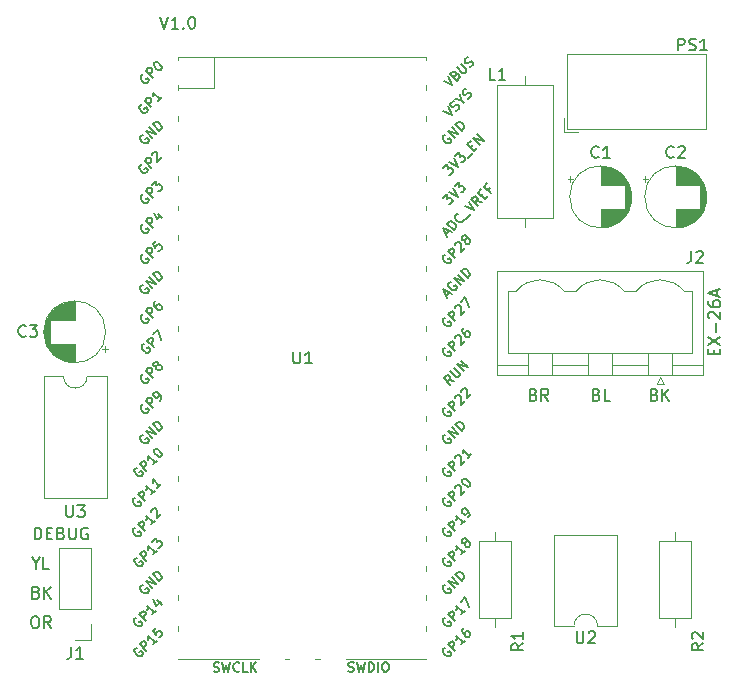
<source format=gbr>
G04 #@! TF.GenerationSoftware,KiCad,Pcbnew,7.0.9-7.0.9~ubuntu22.04.1*
G04 #@! TF.CreationDate,2023-12-23T17:14:06+01:00*
G04 #@! TF.ProjectId,pico-swm-px26a-pcb,7069636f-2d73-4776-9d2d-70783236612d,rev?*
G04 #@! TF.SameCoordinates,Original*
G04 #@! TF.FileFunction,Legend,Top*
G04 #@! TF.FilePolarity,Positive*
%FSLAX46Y46*%
G04 Gerber Fmt 4.6, Leading zero omitted, Abs format (unit mm)*
G04 Created by KiCad (PCBNEW 7.0.9-7.0.9~ubuntu22.04.1) date 2023-12-23 17:14:06*
%MOMM*%
%LPD*%
G01*
G04 APERTURE LIST*
%ADD10C,0.150000*%
%ADD11C,0.120000*%
G04 APERTURE END LIST*
D10*
X165846009Y-99690475D02*
X165846009Y-99357142D01*
X166369819Y-99214285D02*
X166369819Y-99690475D01*
X166369819Y-99690475D02*
X165369819Y-99690475D01*
X165369819Y-99690475D02*
X165369819Y-99214285D01*
X165369819Y-98880951D02*
X166369819Y-98214285D01*
X165369819Y-98214285D02*
X166369819Y-98880951D01*
X165988866Y-97833332D02*
X165988866Y-97071428D01*
X165465057Y-96642856D02*
X165417438Y-96595237D01*
X165417438Y-96595237D02*
X165369819Y-96499999D01*
X165369819Y-96499999D02*
X165369819Y-96261904D01*
X165369819Y-96261904D02*
X165417438Y-96166666D01*
X165417438Y-96166666D02*
X165465057Y-96119047D01*
X165465057Y-96119047D02*
X165560295Y-96071428D01*
X165560295Y-96071428D02*
X165655533Y-96071428D01*
X165655533Y-96071428D02*
X165798390Y-96119047D01*
X165798390Y-96119047D02*
X166369819Y-96690475D01*
X166369819Y-96690475D02*
X166369819Y-96071428D01*
X165369819Y-95214285D02*
X165369819Y-95404761D01*
X165369819Y-95404761D02*
X165417438Y-95499999D01*
X165417438Y-95499999D02*
X165465057Y-95547618D01*
X165465057Y-95547618D02*
X165607914Y-95642856D01*
X165607914Y-95642856D02*
X165798390Y-95690475D01*
X165798390Y-95690475D02*
X166179342Y-95690475D01*
X166179342Y-95690475D02*
X166274580Y-95642856D01*
X166274580Y-95642856D02*
X166322200Y-95595237D01*
X166322200Y-95595237D02*
X166369819Y-95499999D01*
X166369819Y-95499999D02*
X166369819Y-95309523D01*
X166369819Y-95309523D02*
X166322200Y-95214285D01*
X166322200Y-95214285D02*
X166274580Y-95166666D01*
X166274580Y-95166666D02*
X166179342Y-95119047D01*
X166179342Y-95119047D02*
X165941247Y-95119047D01*
X165941247Y-95119047D02*
X165846009Y-95166666D01*
X165846009Y-95166666D02*
X165798390Y-95214285D01*
X165798390Y-95214285D02*
X165750771Y-95309523D01*
X165750771Y-95309523D02*
X165750771Y-95499999D01*
X165750771Y-95499999D02*
X165798390Y-95595237D01*
X165798390Y-95595237D02*
X165846009Y-95642856D01*
X165846009Y-95642856D02*
X165941247Y-95690475D01*
X166084104Y-94738094D02*
X166084104Y-94261904D01*
X166369819Y-94833332D02*
X165369819Y-94499999D01*
X165369819Y-94499999D02*
X166369819Y-94166666D01*
X118976191Y-71119819D02*
X119309524Y-72119819D01*
X119309524Y-72119819D02*
X119642857Y-71119819D01*
X120500000Y-72119819D02*
X119928572Y-72119819D01*
X120214286Y-72119819D02*
X120214286Y-71119819D01*
X120214286Y-71119819D02*
X120119048Y-71262676D01*
X120119048Y-71262676D02*
X120023810Y-71357914D01*
X120023810Y-71357914D02*
X119928572Y-71405533D01*
X120928572Y-72024580D02*
X120976191Y-72072200D01*
X120976191Y-72072200D02*
X120928572Y-72119819D01*
X120928572Y-72119819D02*
X120880953Y-72072200D01*
X120880953Y-72072200D02*
X120928572Y-72024580D01*
X120928572Y-72024580D02*
X120928572Y-72119819D01*
X121595238Y-71119819D02*
X121690476Y-71119819D01*
X121690476Y-71119819D02*
X121785714Y-71167438D01*
X121785714Y-71167438D02*
X121833333Y-71215057D01*
X121833333Y-71215057D02*
X121880952Y-71310295D01*
X121880952Y-71310295D02*
X121928571Y-71500771D01*
X121928571Y-71500771D02*
X121928571Y-71738866D01*
X121928571Y-71738866D02*
X121880952Y-71929342D01*
X121880952Y-71929342D02*
X121833333Y-72024580D01*
X121833333Y-72024580D02*
X121785714Y-72072200D01*
X121785714Y-72072200D02*
X121690476Y-72119819D01*
X121690476Y-72119819D02*
X121595238Y-72119819D01*
X121595238Y-72119819D02*
X121500000Y-72072200D01*
X121500000Y-72072200D02*
X121452381Y-72024580D01*
X121452381Y-72024580D02*
X121404762Y-71929342D01*
X121404762Y-71929342D02*
X121357143Y-71738866D01*
X121357143Y-71738866D02*
X121357143Y-71500771D01*
X121357143Y-71500771D02*
X121404762Y-71310295D01*
X121404762Y-71310295D02*
X121452381Y-71215057D01*
X121452381Y-71215057D02*
X121500000Y-71167438D01*
X121500000Y-71167438D02*
X121595238Y-71119819D01*
X108282268Y-121869819D02*
X108472744Y-121869819D01*
X108472744Y-121869819D02*
X108567982Y-121917438D01*
X108567982Y-121917438D02*
X108663220Y-122012676D01*
X108663220Y-122012676D02*
X108710839Y-122203152D01*
X108710839Y-122203152D02*
X108710839Y-122536485D01*
X108710839Y-122536485D02*
X108663220Y-122726961D01*
X108663220Y-122726961D02*
X108567982Y-122822200D01*
X108567982Y-122822200D02*
X108472744Y-122869819D01*
X108472744Y-122869819D02*
X108282268Y-122869819D01*
X108282268Y-122869819D02*
X108187030Y-122822200D01*
X108187030Y-122822200D02*
X108091792Y-122726961D01*
X108091792Y-122726961D02*
X108044173Y-122536485D01*
X108044173Y-122536485D02*
X108044173Y-122203152D01*
X108044173Y-122203152D02*
X108091792Y-122012676D01*
X108091792Y-122012676D02*
X108187030Y-121917438D01*
X108187030Y-121917438D02*
X108282268Y-121869819D01*
X109710839Y-122869819D02*
X109377506Y-122393628D01*
X109139411Y-122869819D02*
X109139411Y-121869819D01*
X109139411Y-121869819D02*
X109520363Y-121869819D01*
X109520363Y-121869819D02*
X109615601Y-121917438D01*
X109615601Y-121917438D02*
X109663220Y-121965057D01*
X109663220Y-121965057D02*
X109710839Y-122060295D01*
X109710839Y-122060295D02*
X109710839Y-122203152D01*
X109710839Y-122203152D02*
X109663220Y-122298390D01*
X109663220Y-122298390D02*
X109615601Y-122346009D01*
X109615601Y-122346009D02*
X109520363Y-122393628D01*
X109520363Y-122393628D02*
X109139411Y-122393628D01*
X155916666Y-103096009D02*
X156059523Y-103143628D01*
X156059523Y-103143628D02*
X156107142Y-103191247D01*
X156107142Y-103191247D02*
X156154761Y-103286485D01*
X156154761Y-103286485D02*
X156154761Y-103429342D01*
X156154761Y-103429342D02*
X156107142Y-103524580D01*
X156107142Y-103524580D02*
X156059523Y-103572200D01*
X156059523Y-103572200D02*
X155964285Y-103619819D01*
X155964285Y-103619819D02*
X155583333Y-103619819D01*
X155583333Y-103619819D02*
X155583333Y-102619819D01*
X155583333Y-102619819D02*
X155916666Y-102619819D01*
X155916666Y-102619819D02*
X156011904Y-102667438D01*
X156011904Y-102667438D02*
X156059523Y-102715057D01*
X156059523Y-102715057D02*
X156107142Y-102810295D01*
X156107142Y-102810295D02*
X156107142Y-102905533D01*
X156107142Y-102905533D02*
X156059523Y-103000771D01*
X156059523Y-103000771D02*
X156011904Y-103048390D01*
X156011904Y-103048390D02*
X155916666Y-103096009D01*
X155916666Y-103096009D02*
X155583333Y-103096009D01*
X157059523Y-103619819D02*
X156583333Y-103619819D01*
X156583333Y-103619819D02*
X156583333Y-102619819D01*
X108472744Y-119846009D02*
X108615601Y-119893628D01*
X108615601Y-119893628D02*
X108663220Y-119941247D01*
X108663220Y-119941247D02*
X108710839Y-120036485D01*
X108710839Y-120036485D02*
X108710839Y-120179342D01*
X108710839Y-120179342D02*
X108663220Y-120274580D01*
X108663220Y-120274580D02*
X108615601Y-120322200D01*
X108615601Y-120322200D02*
X108520363Y-120369819D01*
X108520363Y-120369819D02*
X108139411Y-120369819D01*
X108139411Y-120369819D02*
X108139411Y-119369819D01*
X108139411Y-119369819D02*
X108472744Y-119369819D01*
X108472744Y-119369819D02*
X108567982Y-119417438D01*
X108567982Y-119417438D02*
X108615601Y-119465057D01*
X108615601Y-119465057D02*
X108663220Y-119560295D01*
X108663220Y-119560295D02*
X108663220Y-119655533D01*
X108663220Y-119655533D02*
X108615601Y-119750771D01*
X108615601Y-119750771D02*
X108567982Y-119798390D01*
X108567982Y-119798390D02*
X108472744Y-119846009D01*
X108472744Y-119846009D02*
X108139411Y-119846009D01*
X109139411Y-120369819D02*
X109139411Y-119369819D01*
X109710839Y-120369819D02*
X109282268Y-119798390D01*
X109710839Y-119369819D02*
X109139411Y-119941247D01*
X108413220Y-117393628D02*
X108413220Y-117869819D01*
X108079887Y-116869819D02*
X108413220Y-117393628D01*
X108413220Y-117393628D02*
X108746553Y-116869819D01*
X109556077Y-117869819D02*
X109079887Y-117869819D01*
X109079887Y-117869819D02*
X109079887Y-116869819D01*
X108336779Y-115369819D02*
X108336779Y-114369819D01*
X108336779Y-114369819D02*
X108574874Y-114369819D01*
X108574874Y-114369819D02*
X108717731Y-114417438D01*
X108717731Y-114417438D02*
X108812969Y-114512676D01*
X108812969Y-114512676D02*
X108860588Y-114607914D01*
X108860588Y-114607914D02*
X108908207Y-114798390D01*
X108908207Y-114798390D02*
X108908207Y-114941247D01*
X108908207Y-114941247D02*
X108860588Y-115131723D01*
X108860588Y-115131723D02*
X108812969Y-115226961D01*
X108812969Y-115226961D02*
X108717731Y-115322200D01*
X108717731Y-115322200D02*
X108574874Y-115369819D01*
X108574874Y-115369819D02*
X108336779Y-115369819D01*
X109336779Y-114846009D02*
X109670112Y-114846009D01*
X109812969Y-115369819D02*
X109336779Y-115369819D01*
X109336779Y-115369819D02*
X109336779Y-114369819D01*
X109336779Y-114369819D02*
X109812969Y-114369819D01*
X110574874Y-114846009D02*
X110717731Y-114893628D01*
X110717731Y-114893628D02*
X110765350Y-114941247D01*
X110765350Y-114941247D02*
X110812969Y-115036485D01*
X110812969Y-115036485D02*
X110812969Y-115179342D01*
X110812969Y-115179342D02*
X110765350Y-115274580D01*
X110765350Y-115274580D02*
X110717731Y-115322200D01*
X110717731Y-115322200D02*
X110622493Y-115369819D01*
X110622493Y-115369819D02*
X110241541Y-115369819D01*
X110241541Y-115369819D02*
X110241541Y-114369819D01*
X110241541Y-114369819D02*
X110574874Y-114369819D01*
X110574874Y-114369819D02*
X110670112Y-114417438D01*
X110670112Y-114417438D02*
X110717731Y-114465057D01*
X110717731Y-114465057D02*
X110765350Y-114560295D01*
X110765350Y-114560295D02*
X110765350Y-114655533D01*
X110765350Y-114655533D02*
X110717731Y-114750771D01*
X110717731Y-114750771D02*
X110670112Y-114798390D01*
X110670112Y-114798390D02*
X110574874Y-114846009D01*
X110574874Y-114846009D02*
X110241541Y-114846009D01*
X111241541Y-114369819D02*
X111241541Y-115179342D01*
X111241541Y-115179342D02*
X111289160Y-115274580D01*
X111289160Y-115274580D02*
X111336779Y-115322200D01*
X111336779Y-115322200D02*
X111432017Y-115369819D01*
X111432017Y-115369819D02*
X111622493Y-115369819D01*
X111622493Y-115369819D02*
X111717731Y-115322200D01*
X111717731Y-115322200D02*
X111765350Y-115274580D01*
X111765350Y-115274580D02*
X111812969Y-115179342D01*
X111812969Y-115179342D02*
X111812969Y-114369819D01*
X112812969Y-114417438D02*
X112717731Y-114369819D01*
X112717731Y-114369819D02*
X112574874Y-114369819D01*
X112574874Y-114369819D02*
X112432017Y-114417438D01*
X112432017Y-114417438D02*
X112336779Y-114512676D01*
X112336779Y-114512676D02*
X112289160Y-114607914D01*
X112289160Y-114607914D02*
X112241541Y-114798390D01*
X112241541Y-114798390D02*
X112241541Y-114941247D01*
X112241541Y-114941247D02*
X112289160Y-115131723D01*
X112289160Y-115131723D02*
X112336779Y-115226961D01*
X112336779Y-115226961D02*
X112432017Y-115322200D01*
X112432017Y-115322200D02*
X112574874Y-115369819D01*
X112574874Y-115369819D02*
X112670112Y-115369819D01*
X112670112Y-115369819D02*
X112812969Y-115322200D01*
X112812969Y-115322200D02*
X112860588Y-115274580D01*
X112860588Y-115274580D02*
X112860588Y-114941247D01*
X112860588Y-114941247D02*
X112670112Y-114941247D01*
X160821428Y-103096009D02*
X160964285Y-103143628D01*
X160964285Y-103143628D02*
X161011904Y-103191247D01*
X161011904Y-103191247D02*
X161059523Y-103286485D01*
X161059523Y-103286485D02*
X161059523Y-103429342D01*
X161059523Y-103429342D02*
X161011904Y-103524580D01*
X161011904Y-103524580D02*
X160964285Y-103572200D01*
X160964285Y-103572200D02*
X160869047Y-103619819D01*
X160869047Y-103619819D02*
X160488095Y-103619819D01*
X160488095Y-103619819D02*
X160488095Y-102619819D01*
X160488095Y-102619819D02*
X160821428Y-102619819D01*
X160821428Y-102619819D02*
X160916666Y-102667438D01*
X160916666Y-102667438D02*
X160964285Y-102715057D01*
X160964285Y-102715057D02*
X161011904Y-102810295D01*
X161011904Y-102810295D02*
X161011904Y-102905533D01*
X161011904Y-102905533D02*
X160964285Y-103000771D01*
X160964285Y-103000771D02*
X160916666Y-103048390D01*
X160916666Y-103048390D02*
X160821428Y-103096009D01*
X160821428Y-103096009D02*
X160488095Y-103096009D01*
X161488095Y-103619819D02*
X161488095Y-102619819D01*
X162059523Y-103619819D02*
X161630952Y-103048390D01*
X162059523Y-102619819D02*
X161488095Y-103191247D01*
X150571428Y-103096009D02*
X150714285Y-103143628D01*
X150714285Y-103143628D02*
X150761904Y-103191247D01*
X150761904Y-103191247D02*
X150809523Y-103286485D01*
X150809523Y-103286485D02*
X150809523Y-103429342D01*
X150809523Y-103429342D02*
X150761904Y-103524580D01*
X150761904Y-103524580D02*
X150714285Y-103572200D01*
X150714285Y-103572200D02*
X150619047Y-103619819D01*
X150619047Y-103619819D02*
X150238095Y-103619819D01*
X150238095Y-103619819D02*
X150238095Y-102619819D01*
X150238095Y-102619819D02*
X150571428Y-102619819D01*
X150571428Y-102619819D02*
X150666666Y-102667438D01*
X150666666Y-102667438D02*
X150714285Y-102715057D01*
X150714285Y-102715057D02*
X150761904Y-102810295D01*
X150761904Y-102810295D02*
X150761904Y-102905533D01*
X150761904Y-102905533D02*
X150714285Y-103000771D01*
X150714285Y-103000771D02*
X150666666Y-103048390D01*
X150666666Y-103048390D02*
X150571428Y-103096009D01*
X150571428Y-103096009D02*
X150238095Y-103096009D01*
X151809523Y-103619819D02*
X151476190Y-103143628D01*
X151238095Y-103619819D02*
X151238095Y-102619819D01*
X151238095Y-102619819D02*
X151619047Y-102619819D01*
X151619047Y-102619819D02*
X151714285Y-102667438D01*
X151714285Y-102667438D02*
X151761904Y-102715057D01*
X151761904Y-102715057D02*
X151809523Y-102810295D01*
X151809523Y-102810295D02*
X151809523Y-102953152D01*
X151809523Y-102953152D02*
X151761904Y-103048390D01*
X151761904Y-103048390D02*
X151714285Y-103096009D01*
X151714285Y-103096009D02*
X151619047Y-103143628D01*
X151619047Y-103143628D02*
X151238095Y-103143628D01*
X130238095Y-99454819D02*
X130238095Y-100264342D01*
X130238095Y-100264342D02*
X130285714Y-100359580D01*
X130285714Y-100359580D02*
X130333333Y-100407200D01*
X130333333Y-100407200D02*
X130428571Y-100454819D01*
X130428571Y-100454819D02*
X130619047Y-100454819D01*
X130619047Y-100454819D02*
X130714285Y-100407200D01*
X130714285Y-100407200D02*
X130761904Y-100359580D01*
X130761904Y-100359580D02*
X130809523Y-100264342D01*
X130809523Y-100264342D02*
X130809523Y-99454819D01*
X131809523Y-100454819D02*
X131238095Y-100454819D01*
X131523809Y-100454819D02*
X131523809Y-99454819D01*
X131523809Y-99454819D02*
X131428571Y-99597676D01*
X131428571Y-99597676D02*
X131333333Y-99692914D01*
X131333333Y-99692914D02*
X131238095Y-99740533D01*
X143097998Y-116900868D02*
X143017185Y-116927805D01*
X143017185Y-116927805D02*
X142936373Y-117008618D01*
X142936373Y-117008618D02*
X142882498Y-117116367D01*
X142882498Y-117116367D02*
X142882498Y-117224117D01*
X142882498Y-117224117D02*
X142909436Y-117304929D01*
X142909436Y-117304929D02*
X142990248Y-117439616D01*
X142990248Y-117439616D02*
X143071060Y-117520428D01*
X143071060Y-117520428D02*
X143205747Y-117601241D01*
X143205747Y-117601241D02*
X143286560Y-117628178D01*
X143286560Y-117628178D02*
X143394309Y-117628178D01*
X143394309Y-117628178D02*
X143502059Y-117574303D01*
X143502059Y-117574303D02*
X143555934Y-117520428D01*
X143555934Y-117520428D02*
X143609808Y-117412679D01*
X143609808Y-117412679D02*
X143609808Y-117358804D01*
X143609808Y-117358804D02*
X143421247Y-117170242D01*
X143421247Y-117170242D02*
X143313497Y-117277992D01*
X143906120Y-117170242D02*
X143340434Y-116604557D01*
X143340434Y-116604557D02*
X143555934Y-116389057D01*
X143555934Y-116389057D02*
X143636746Y-116362120D01*
X143636746Y-116362120D02*
X143690621Y-116362120D01*
X143690621Y-116362120D02*
X143771433Y-116389057D01*
X143771433Y-116389057D02*
X143852245Y-116469870D01*
X143852245Y-116469870D02*
X143879182Y-116550682D01*
X143879182Y-116550682D02*
X143879182Y-116604557D01*
X143879182Y-116604557D02*
X143852245Y-116685369D01*
X143852245Y-116685369D02*
X143636746Y-116900868D01*
X144768117Y-116308245D02*
X144444868Y-116631494D01*
X144606492Y-116469870D02*
X144040807Y-115904184D01*
X144040807Y-115904184D02*
X144067744Y-116038871D01*
X144067744Y-116038871D02*
X144067744Y-116146621D01*
X144067744Y-116146621D02*
X144040807Y-116227433D01*
X144768117Y-115661747D02*
X144687305Y-115688685D01*
X144687305Y-115688685D02*
X144633430Y-115688685D01*
X144633430Y-115688685D02*
X144552618Y-115661747D01*
X144552618Y-115661747D02*
X144525680Y-115634810D01*
X144525680Y-115634810D02*
X144498743Y-115553998D01*
X144498743Y-115553998D02*
X144498743Y-115500123D01*
X144498743Y-115500123D02*
X144525680Y-115419311D01*
X144525680Y-115419311D02*
X144633430Y-115311561D01*
X144633430Y-115311561D02*
X144714242Y-115284624D01*
X144714242Y-115284624D02*
X144768117Y-115284624D01*
X144768117Y-115284624D02*
X144848929Y-115311561D01*
X144848929Y-115311561D02*
X144875866Y-115338499D01*
X144875866Y-115338499D02*
X144902804Y-115419311D01*
X144902804Y-115419311D02*
X144902804Y-115473186D01*
X144902804Y-115473186D02*
X144875866Y-115553998D01*
X144875866Y-115553998D02*
X144768117Y-115661747D01*
X144768117Y-115661747D02*
X144741179Y-115742560D01*
X144741179Y-115742560D02*
X144741179Y-115796434D01*
X144741179Y-115796434D02*
X144768117Y-115877247D01*
X144768117Y-115877247D02*
X144875866Y-115984996D01*
X144875866Y-115984996D02*
X144956679Y-116011934D01*
X144956679Y-116011934D02*
X145010553Y-116011934D01*
X145010553Y-116011934D02*
X145091366Y-115984996D01*
X145091366Y-115984996D02*
X145199115Y-115877247D01*
X145199115Y-115877247D02*
X145226053Y-115796434D01*
X145226053Y-115796434D02*
X145226053Y-115742560D01*
X145226053Y-115742560D02*
X145199115Y-115661747D01*
X145199115Y-115661747D02*
X145091366Y-115553998D01*
X145091366Y-115553998D02*
X145010553Y-115527060D01*
X145010553Y-115527060D02*
X144956679Y-115527060D01*
X144956679Y-115527060D02*
X144875866Y-115553998D01*
X116843998Y-111820868D02*
X116763185Y-111847805D01*
X116763185Y-111847805D02*
X116682373Y-111928618D01*
X116682373Y-111928618D02*
X116628498Y-112036367D01*
X116628498Y-112036367D02*
X116628498Y-112144117D01*
X116628498Y-112144117D02*
X116655436Y-112224929D01*
X116655436Y-112224929D02*
X116736248Y-112359616D01*
X116736248Y-112359616D02*
X116817060Y-112440428D01*
X116817060Y-112440428D02*
X116951747Y-112521241D01*
X116951747Y-112521241D02*
X117032560Y-112548178D01*
X117032560Y-112548178D02*
X117140309Y-112548178D01*
X117140309Y-112548178D02*
X117248059Y-112494303D01*
X117248059Y-112494303D02*
X117301934Y-112440428D01*
X117301934Y-112440428D02*
X117355808Y-112332679D01*
X117355808Y-112332679D02*
X117355808Y-112278804D01*
X117355808Y-112278804D02*
X117167247Y-112090242D01*
X117167247Y-112090242D02*
X117059497Y-112197992D01*
X117652120Y-112090242D02*
X117086434Y-111524557D01*
X117086434Y-111524557D02*
X117301934Y-111309057D01*
X117301934Y-111309057D02*
X117382746Y-111282120D01*
X117382746Y-111282120D02*
X117436621Y-111282120D01*
X117436621Y-111282120D02*
X117517433Y-111309057D01*
X117517433Y-111309057D02*
X117598245Y-111389870D01*
X117598245Y-111389870D02*
X117625182Y-111470682D01*
X117625182Y-111470682D02*
X117625182Y-111524557D01*
X117625182Y-111524557D02*
X117598245Y-111605369D01*
X117598245Y-111605369D02*
X117382746Y-111820868D01*
X118514117Y-111228245D02*
X118190868Y-111551494D01*
X118352492Y-111389870D02*
X117786807Y-110824184D01*
X117786807Y-110824184D02*
X117813744Y-110958871D01*
X117813744Y-110958871D02*
X117813744Y-111066621D01*
X117813744Y-111066621D02*
X117786807Y-111147433D01*
X119052865Y-110689497D02*
X118729616Y-111012746D01*
X118891240Y-110851121D02*
X118325555Y-110285436D01*
X118325555Y-110285436D02*
X118352492Y-110420123D01*
X118352492Y-110420123D02*
X118352492Y-110527873D01*
X118352492Y-110527873D02*
X118325555Y-110608685D01*
X117513372Y-101391494D02*
X117432560Y-101418431D01*
X117432560Y-101418431D02*
X117351748Y-101499243D01*
X117351748Y-101499243D02*
X117297873Y-101606993D01*
X117297873Y-101606993D02*
X117297873Y-101714742D01*
X117297873Y-101714742D02*
X117324810Y-101795555D01*
X117324810Y-101795555D02*
X117405623Y-101930242D01*
X117405623Y-101930242D02*
X117486435Y-102011054D01*
X117486435Y-102011054D02*
X117621122Y-102091866D01*
X117621122Y-102091866D02*
X117701934Y-102118803D01*
X117701934Y-102118803D02*
X117809684Y-102118803D01*
X117809684Y-102118803D02*
X117917433Y-102064929D01*
X117917433Y-102064929D02*
X117971308Y-102011054D01*
X117971308Y-102011054D02*
X118025183Y-101903304D01*
X118025183Y-101903304D02*
X118025183Y-101849429D01*
X118025183Y-101849429D02*
X117836621Y-101660868D01*
X117836621Y-101660868D02*
X117728871Y-101768617D01*
X118321494Y-101660868D02*
X117755809Y-101095182D01*
X117755809Y-101095182D02*
X117971308Y-100879683D01*
X117971308Y-100879683D02*
X118052120Y-100852746D01*
X118052120Y-100852746D02*
X118105995Y-100852746D01*
X118105995Y-100852746D02*
X118186807Y-100879683D01*
X118186807Y-100879683D02*
X118267619Y-100960495D01*
X118267619Y-100960495D02*
X118294557Y-101041307D01*
X118294557Y-101041307D02*
X118294557Y-101095182D01*
X118294557Y-101095182D02*
X118267619Y-101175994D01*
X118267619Y-101175994D02*
X118052120Y-101391494D01*
X118644743Y-100691121D02*
X118563931Y-100718059D01*
X118563931Y-100718059D02*
X118510056Y-100718059D01*
X118510056Y-100718059D02*
X118429244Y-100691121D01*
X118429244Y-100691121D02*
X118402306Y-100664184D01*
X118402306Y-100664184D02*
X118375369Y-100583372D01*
X118375369Y-100583372D02*
X118375369Y-100529497D01*
X118375369Y-100529497D02*
X118402306Y-100448685D01*
X118402306Y-100448685D02*
X118510056Y-100340935D01*
X118510056Y-100340935D02*
X118590868Y-100313998D01*
X118590868Y-100313998D02*
X118644743Y-100313998D01*
X118644743Y-100313998D02*
X118725555Y-100340935D01*
X118725555Y-100340935D02*
X118752493Y-100367872D01*
X118752493Y-100367872D02*
X118779430Y-100448685D01*
X118779430Y-100448685D02*
X118779430Y-100502559D01*
X118779430Y-100502559D02*
X118752493Y-100583372D01*
X118752493Y-100583372D02*
X118644743Y-100691121D01*
X118644743Y-100691121D02*
X118617806Y-100771933D01*
X118617806Y-100771933D02*
X118617806Y-100825808D01*
X118617806Y-100825808D02*
X118644743Y-100906620D01*
X118644743Y-100906620D02*
X118752493Y-101014370D01*
X118752493Y-101014370D02*
X118833305Y-101041307D01*
X118833305Y-101041307D02*
X118887180Y-101041307D01*
X118887180Y-101041307D02*
X118967992Y-101014370D01*
X118967992Y-101014370D02*
X119075741Y-100906620D01*
X119075741Y-100906620D02*
X119102679Y-100825808D01*
X119102679Y-100825808D02*
X119102679Y-100771933D01*
X119102679Y-100771933D02*
X119075741Y-100691121D01*
X119075741Y-100691121D02*
X118967992Y-100583372D01*
X118967992Y-100583372D02*
X118887180Y-100556434D01*
X118887180Y-100556434D02*
X118833305Y-100556434D01*
X118833305Y-100556434D02*
X118752493Y-100583372D01*
X143097998Y-111820868D02*
X143017185Y-111847805D01*
X143017185Y-111847805D02*
X142936373Y-111928618D01*
X142936373Y-111928618D02*
X142882498Y-112036367D01*
X142882498Y-112036367D02*
X142882498Y-112144117D01*
X142882498Y-112144117D02*
X142909436Y-112224929D01*
X142909436Y-112224929D02*
X142990248Y-112359616D01*
X142990248Y-112359616D02*
X143071060Y-112440428D01*
X143071060Y-112440428D02*
X143205747Y-112521241D01*
X143205747Y-112521241D02*
X143286560Y-112548178D01*
X143286560Y-112548178D02*
X143394309Y-112548178D01*
X143394309Y-112548178D02*
X143502059Y-112494303D01*
X143502059Y-112494303D02*
X143555934Y-112440428D01*
X143555934Y-112440428D02*
X143609808Y-112332679D01*
X143609808Y-112332679D02*
X143609808Y-112278804D01*
X143609808Y-112278804D02*
X143421247Y-112090242D01*
X143421247Y-112090242D02*
X143313497Y-112197992D01*
X143906120Y-112090242D02*
X143340434Y-111524557D01*
X143340434Y-111524557D02*
X143555934Y-111309057D01*
X143555934Y-111309057D02*
X143636746Y-111282120D01*
X143636746Y-111282120D02*
X143690621Y-111282120D01*
X143690621Y-111282120D02*
X143771433Y-111309057D01*
X143771433Y-111309057D02*
X143852245Y-111389870D01*
X143852245Y-111389870D02*
X143879182Y-111470682D01*
X143879182Y-111470682D02*
X143879182Y-111524557D01*
X143879182Y-111524557D02*
X143852245Y-111605369D01*
X143852245Y-111605369D02*
X143636746Y-111820868D01*
X143933057Y-111039683D02*
X143933057Y-110985809D01*
X143933057Y-110985809D02*
X143959995Y-110904996D01*
X143959995Y-110904996D02*
X144094682Y-110770309D01*
X144094682Y-110770309D02*
X144175494Y-110743372D01*
X144175494Y-110743372D02*
X144229369Y-110743372D01*
X144229369Y-110743372D02*
X144310181Y-110770309D01*
X144310181Y-110770309D02*
X144364056Y-110824184D01*
X144364056Y-110824184D02*
X144417930Y-110931934D01*
X144417930Y-110931934D02*
X144417930Y-111578431D01*
X144417930Y-111578431D02*
X144768117Y-111228245D01*
X144552618Y-110312373D02*
X144606492Y-110258499D01*
X144606492Y-110258499D02*
X144687305Y-110231561D01*
X144687305Y-110231561D02*
X144741179Y-110231561D01*
X144741179Y-110231561D02*
X144821992Y-110258499D01*
X144821992Y-110258499D02*
X144956679Y-110339311D01*
X144956679Y-110339311D02*
X145091366Y-110473998D01*
X145091366Y-110473998D02*
X145172178Y-110608685D01*
X145172178Y-110608685D02*
X145199115Y-110689497D01*
X145199115Y-110689497D02*
X145199115Y-110743372D01*
X145199115Y-110743372D02*
X145172178Y-110824184D01*
X145172178Y-110824184D02*
X145118303Y-110878059D01*
X145118303Y-110878059D02*
X145037491Y-110904996D01*
X145037491Y-110904996D02*
X144983616Y-110904996D01*
X144983616Y-110904996D02*
X144902804Y-110878059D01*
X144902804Y-110878059D02*
X144768117Y-110797247D01*
X144768117Y-110797247D02*
X144633430Y-110662560D01*
X144633430Y-110662560D02*
X144552618Y-110527873D01*
X144552618Y-110527873D02*
X144525680Y-110447060D01*
X144525680Y-110447060D02*
X144525680Y-110393186D01*
X144525680Y-110393186D02*
X144552618Y-110312373D01*
X143097998Y-114360868D02*
X143017185Y-114387805D01*
X143017185Y-114387805D02*
X142936373Y-114468618D01*
X142936373Y-114468618D02*
X142882498Y-114576367D01*
X142882498Y-114576367D02*
X142882498Y-114684117D01*
X142882498Y-114684117D02*
X142909436Y-114764929D01*
X142909436Y-114764929D02*
X142990248Y-114899616D01*
X142990248Y-114899616D02*
X143071060Y-114980428D01*
X143071060Y-114980428D02*
X143205747Y-115061241D01*
X143205747Y-115061241D02*
X143286560Y-115088178D01*
X143286560Y-115088178D02*
X143394309Y-115088178D01*
X143394309Y-115088178D02*
X143502059Y-115034303D01*
X143502059Y-115034303D02*
X143555934Y-114980428D01*
X143555934Y-114980428D02*
X143609808Y-114872679D01*
X143609808Y-114872679D02*
X143609808Y-114818804D01*
X143609808Y-114818804D02*
X143421247Y-114630242D01*
X143421247Y-114630242D02*
X143313497Y-114737992D01*
X143906120Y-114630242D02*
X143340434Y-114064557D01*
X143340434Y-114064557D02*
X143555934Y-113849057D01*
X143555934Y-113849057D02*
X143636746Y-113822120D01*
X143636746Y-113822120D02*
X143690621Y-113822120D01*
X143690621Y-113822120D02*
X143771433Y-113849057D01*
X143771433Y-113849057D02*
X143852245Y-113929870D01*
X143852245Y-113929870D02*
X143879182Y-114010682D01*
X143879182Y-114010682D02*
X143879182Y-114064557D01*
X143879182Y-114064557D02*
X143852245Y-114145369D01*
X143852245Y-114145369D02*
X143636746Y-114360868D01*
X144768117Y-113768245D02*
X144444868Y-114091494D01*
X144606492Y-113929870D02*
X144040807Y-113364184D01*
X144040807Y-113364184D02*
X144067744Y-113498871D01*
X144067744Y-113498871D02*
X144067744Y-113606621D01*
X144067744Y-113606621D02*
X144040807Y-113687433D01*
X145037491Y-113498871D02*
X145145240Y-113391121D01*
X145145240Y-113391121D02*
X145172178Y-113310309D01*
X145172178Y-113310309D02*
X145172178Y-113256434D01*
X145172178Y-113256434D02*
X145145240Y-113121747D01*
X145145240Y-113121747D02*
X145064428Y-112987060D01*
X145064428Y-112987060D02*
X144848929Y-112771561D01*
X144848929Y-112771561D02*
X144768117Y-112744624D01*
X144768117Y-112744624D02*
X144714242Y-112744624D01*
X144714242Y-112744624D02*
X144633430Y-112771561D01*
X144633430Y-112771561D02*
X144525680Y-112879311D01*
X144525680Y-112879311D02*
X144498743Y-112960123D01*
X144498743Y-112960123D02*
X144498743Y-113013998D01*
X144498743Y-113013998D02*
X144525680Y-113094810D01*
X144525680Y-113094810D02*
X144660367Y-113229497D01*
X144660367Y-113229497D02*
X144741179Y-113256434D01*
X144741179Y-113256434D02*
X144795054Y-113256434D01*
X144795054Y-113256434D02*
X144875866Y-113229497D01*
X144875866Y-113229497D02*
X144983616Y-113121747D01*
X144983616Y-113121747D02*
X145010553Y-113040935D01*
X145010553Y-113040935D02*
X145010553Y-112987060D01*
X145010553Y-112987060D02*
X144983616Y-112906248D01*
X116943998Y-121980868D02*
X116863185Y-122007805D01*
X116863185Y-122007805D02*
X116782373Y-122088618D01*
X116782373Y-122088618D02*
X116728498Y-122196367D01*
X116728498Y-122196367D02*
X116728498Y-122304117D01*
X116728498Y-122304117D02*
X116755436Y-122384929D01*
X116755436Y-122384929D02*
X116836248Y-122519616D01*
X116836248Y-122519616D02*
X116917060Y-122600428D01*
X116917060Y-122600428D02*
X117051747Y-122681241D01*
X117051747Y-122681241D02*
X117132560Y-122708178D01*
X117132560Y-122708178D02*
X117240309Y-122708178D01*
X117240309Y-122708178D02*
X117348059Y-122654303D01*
X117348059Y-122654303D02*
X117401934Y-122600428D01*
X117401934Y-122600428D02*
X117455808Y-122492679D01*
X117455808Y-122492679D02*
X117455808Y-122438804D01*
X117455808Y-122438804D02*
X117267247Y-122250242D01*
X117267247Y-122250242D02*
X117159497Y-122357992D01*
X117752120Y-122250242D02*
X117186434Y-121684557D01*
X117186434Y-121684557D02*
X117401934Y-121469057D01*
X117401934Y-121469057D02*
X117482746Y-121442120D01*
X117482746Y-121442120D02*
X117536621Y-121442120D01*
X117536621Y-121442120D02*
X117617433Y-121469057D01*
X117617433Y-121469057D02*
X117698245Y-121549870D01*
X117698245Y-121549870D02*
X117725182Y-121630682D01*
X117725182Y-121630682D02*
X117725182Y-121684557D01*
X117725182Y-121684557D02*
X117698245Y-121765369D01*
X117698245Y-121765369D02*
X117482746Y-121980868D01*
X118614117Y-121388245D02*
X118290868Y-121711494D01*
X118452492Y-121549870D02*
X117886807Y-120984184D01*
X117886807Y-120984184D02*
X117913744Y-121118871D01*
X117913744Y-121118871D02*
X117913744Y-121226621D01*
X117913744Y-121226621D02*
X117886807Y-121307433D01*
X118721866Y-120526248D02*
X119098990Y-120903372D01*
X118371680Y-120445436D02*
X118641054Y-120984184D01*
X118641054Y-120984184D02*
X118991240Y-120633998D01*
X117486435Y-119198431D02*
X117405623Y-119225368D01*
X117405623Y-119225368D02*
X117324811Y-119306180D01*
X117324811Y-119306180D02*
X117270936Y-119413930D01*
X117270936Y-119413930D02*
X117270936Y-119521680D01*
X117270936Y-119521680D02*
X117297873Y-119602492D01*
X117297873Y-119602492D02*
X117378685Y-119737179D01*
X117378685Y-119737179D02*
X117459498Y-119817991D01*
X117459498Y-119817991D02*
X117594185Y-119898803D01*
X117594185Y-119898803D02*
X117674997Y-119925741D01*
X117674997Y-119925741D02*
X117782746Y-119925741D01*
X117782746Y-119925741D02*
X117890496Y-119871866D01*
X117890496Y-119871866D02*
X117944371Y-119817991D01*
X117944371Y-119817991D02*
X117998246Y-119710241D01*
X117998246Y-119710241D02*
X117998246Y-119656367D01*
X117998246Y-119656367D02*
X117809684Y-119467805D01*
X117809684Y-119467805D02*
X117701934Y-119575554D01*
X118294557Y-119467805D02*
X117728872Y-118902119D01*
X117728872Y-118902119D02*
X118617806Y-119144556D01*
X118617806Y-119144556D02*
X118052120Y-118578871D01*
X118887180Y-118875182D02*
X118321494Y-118309497D01*
X118321494Y-118309497D02*
X118456181Y-118174810D01*
X118456181Y-118174810D02*
X118563931Y-118120935D01*
X118563931Y-118120935D02*
X118671680Y-118120935D01*
X118671680Y-118120935D02*
X118752493Y-118147872D01*
X118752493Y-118147872D02*
X118887180Y-118228685D01*
X118887180Y-118228685D02*
X118967992Y-118309497D01*
X118967992Y-118309497D02*
X119048804Y-118444184D01*
X119048804Y-118444184D02*
X119075741Y-118524996D01*
X119075741Y-118524996D02*
X119075741Y-118632746D01*
X119075741Y-118632746D02*
X119021867Y-118740495D01*
X119021867Y-118740495D02*
X118887180Y-118875182D01*
X117486435Y-106498431D02*
X117405623Y-106525368D01*
X117405623Y-106525368D02*
X117324811Y-106606180D01*
X117324811Y-106606180D02*
X117270936Y-106713930D01*
X117270936Y-106713930D02*
X117270936Y-106821680D01*
X117270936Y-106821680D02*
X117297873Y-106902492D01*
X117297873Y-106902492D02*
X117378685Y-107037179D01*
X117378685Y-107037179D02*
X117459498Y-107117991D01*
X117459498Y-107117991D02*
X117594185Y-107198803D01*
X117594185Y-107198803D02*
X117674997Y-107225741D01*
X117674997Y-107225741D02*
X117782746Y-107225741D01*
X117782746Y-107225741D02*
X117890496Y-107171866D01*
X117890496Y-107171866D02*
X117944371Y-107117991D01*
X117944371Y-107117991D02*
X117998246Y-107010241D01*
X117998246Y-107010241D02*
X117998246Y-106956367D01*
X117998246Y-106956367D02*
X117809684Y-106767805D01*
X117809684Y-106767805D02*
X117701934Y-106875554D01*
X118294557Y-106767805D02*
X117728872Y-106202119D01*
X117728872Y-106202119D02*
X118617806Y-106444556D01*
X118617806Y-106444556D02*
X118052120Y-105878871D01*
X118887180Y-106175182D02*
X118321494Y-105609497D01*
X118321494Y-105609497D02*
X118456181Y-105474810D01*
X118456181Y-105474810D02*
X118563931Y-105420935D01*
X118563931Y-105420935D02*
X118671680Y-105420935D01*
X118671680Y-105420935D02*
X118752493Y-105447872D01*
X118752493Y-105447872D02*
X118887180Y-105528685D01*
X118887180Y-105528685D02*
X118967992Y-105609497D01*
X118967992Y-105609497D02*
X119048804Y-105744184D01*
X119048804Y-105744184D02*
X119075741Y-105824996D01*
X119075741Y-105824996D02*
X119075741Y-105932746D01*
X119075741Y-105932746D02*
X119021867Y-106040495D01*
X119021867Y-106040495D02*
X118887180Y-106175182D01*
X117513372Y-103931494D02*
X117432560Y-103958431D01*
X117432560Y-103958431D02*
X117351748Y-104039243D01*
X117351748Y-104039243D02*
X117297873Y-104146993D01*
X117297873Y-104146993D02*
X117297873Y-104254742D01*
X117297873Y-104254742D02*
X117324810Y-104335555D01*
X117324810Y-104335555D02*
X117405623Y-104470242D01*
X117405623Y-104470242D02*
X117486435Y-104551054D01*
X117486435Y-104551054D02*
X117621122Y-104631866D01*
X117621122Y-104631866D02*
X117701934Y-104658803D01*
X117701934Y-104658803D02*
X117809684Y-104658803D01*
X117809684Y-104658803D02*
X117917433Y-104604929D01*
X117917433Y-104604929D02*
X117971308Y-104551054D01*
X117971308Y-104551054D02*
X118025183Y-104443304D01*
X118025183Y-104443304D02*
X118025183Y-104389429D01*
X118025183Y-104389429D02*
X117836621Y-104200868D01*
X117836621Y-104200868D02*
X117728871Y-104308617D01*
X118321494Y-104200868D02*
X117755809Y-103635182D01*
X117755809Y-103635182D02*
X117971308Y-103419683D01*
X117971308Y-103419683D02*
X118052120Y-103392746D01*
X118052120Y-103392746D02*
X118105995Y-103392746D01*
X118105995Y-103392746D02*
X118186807Y-103419683D01*
X118186807Y-103419683D02*
X118267619Y-103500495D01*
X118267619Y-103500495D02*
X118294557Y-103581307D01*
X118294557Y-103581307D02*
X118294557Y-103635182D01*
X118294557Y-103635182D02*
X118267619Y-103715994D01*
X118267619Y-103715994D02*
X118052120Y-103931494D01*
X118914117Y-103608245D02*
X119021867Y-103500495D01*
X119021867Y-103500495D02*
X119048804Y-103419683D01*
X119048804Y-103419683D02*
X119048804Y-103365808D01*
X119048804Y-103365808D02*
X119021867Y-103231121D01*
X119021867Y-103231121D02*
X118941054Y-103096434D01*
X118941054Y-103096434D02*
X118725555Y-102880935D01*
X118725555Y-102880935D02*
X118644743Y-102853998D01*
X118644743Y-102853998D02*
X118590868Y-102853998D01*
X118590868Y-102853998D02*
X118510056Y-102880935D01*
X118510056Y-102880935D02*
X118402306Y-102988685D01*
X118402306Y-102988685D02*
X118375369Y-103069497D01*
X118375369Y-103069497D02*
X118375369Y-103123372D01*
X118375369Y-103123372D02*
X118402306Y-103204184D01*
X118402306Y-103204184D02*
X118536993Y-103338871D01*
X118536993Y-103338871D02*
X118617806Y-103365808D01*
X118617806Y-103365808D02*
X118671680Y-103365808D01*
X118671680Y-103365808D02*
X118752493Y-103338871D01*
X118752493Y-103338871D02*
X118860242Y-103231121D01*
X118860242Y-103231121D02*
X118887180Y-103150309D01*
X118887180Y-103150309D02*
X118887180Y-103096434D01*
X118887180Y-103096434D02*
X118860242Y-103015622D01*
X143086435Y-106498431D02*
X143005623Y-106525368D01*
X143005623Y-106525368D02*
X142924811Y-106606180D01*
X142924811Y-106606180D02*
X142870936Y-106713930D01*
X142870936Y-106713930D02*
X142870936Y-106821680D01*
X142870936Y-106821680D02*
X142897873Y-106902492D01*
X142897873Y-106902492D02*
X142978685Y-107037179D01*
X142978685Y-107037179D02*
X143059498Y-107117991D01*
X143059498Y-107117991D02*
X143194185Y-107198803D01*
X143194185Y-107198803D02*
X143274997Y-107225741D01*
X143274997Y-107225741D02*
X143382746Y-107225741D01*
X143382746Y-107225741D02*
X143490496Y-107171866D01*
X143490496Y-107171866D02*
X143544371Y-107117991D01*
X143544371Y-107117991D02*
X143598246Y-107010241D01*
X143598246Y-107010241D02*
X143598246Y-106956367D01*
X143598246Y-106956367D02*
X143409684Y-106767805D01*
X143409684Y-106767805D02*
X143301934Y-106875554D01*
X143894557Y-106767805D02*
X143328872Y-106202119D01*
X143328872Y-106202119D02*
X144217806Y-106444556D01*
X144217806Y-106444556D02*
X143652120Y-105878871D01*
X144487180Y-106175182D02*
X143921494Y-105609497D01*
X143921494Y-105609497D02*
X144056181Y-105474810D01*
X144056181Y-105474810D02*
X144163931Y-105420935D01*
X144163931Y-105420935D02*
X144271680Y-105420935D01*
X144271680Y-105420935D02*
X144352493Y-105447872D01*
X144352493Y-105447872D02*
X144487180Y-105528685D01*
X144487180Y-105528685D02*
X144567992Y-105609497D01*
X144567992Y-105609497D02*
X144648804Y-105744184D01*
X144648804Y-105744184D02*
X144675741Y-105824996D01*
X144675741Y-105824996D02*
X144675741Y-105932746D01*
X144675741Y-105932746D02*
X144621867Y-106040495D01*
X144621867Y-106040495D02*
X144487180Y-106175182D01*
X142890123Y-86490868D02*
X143240309Y-86140682D01*
X143240309Y-86140682D02*
X143267247Y-86544743D01*
X143267247Y-86544743D02*
X143348059Y-86463931D01*
X143348059Y-86463931D02*
X143428871Y-86436993D01*
X143428871Y-86436993D02*
X143482746Y-86436993D01*
X143482746Y-86436993D02*
X143563558Y-86463931D01*
X143563558Y-86463931D02*
X143698245Y-86598618D01*
X143698245Y-86598618D02*
X143725182Y-86679430D01*
X143725182Y-86679430D02*
X143725182Y-86733305D01*
X143725182Y-86733305D02*
X143698245Y-86814117D01*
X143698245Y-86814117D02*
X143536621Y-86975741D01*
X143536621Y-86975741D02*
X143455808Y-87002679D01*
X143455808Y-87002679D02*
X143401934Y-87002679D01*
X143401934Y-85979057D02*
X144156181Y-86356181D01*
X144156181Y-86356181D02*
X143779057Y-85601934D01*
X143913744Y-85467247D02*
X144263930Y-85117061D01*
X144263930Y-85117061D02*
X144290868Y-85521122D01*
X144290868Y-85521122D02*
X144371680Y-85440309D01*
X144371680Y-85440309D02*
X144452492Y-85413372D01*
X144452492Y-85413372D02*
X144506367Y-85413372D01*
X144506367Y-85413372D02*
X144587179Y-85440309D01*
X144587179Y-85440309D02*
X144721866Y-85574996D01*
X144721866Y-85574996D02*
X144748804Y-85655809D01*
X144748804Y-85655809D02*
X144748804Y-85709683D01*
X144748804Y-85709683D02*
X144721866Y-85790496D01*
X144721866Y-85790496D02*
X144560242Y-85952120D01*
X144560242Y-85952120D02*
X144479430Y-85979057D01*
X144479430Y-85979057D02*
X144425555Y-85979057D01*
X143097998Y-96590868D02*
X143017185Y-96617805D01*
X143017185Y-96617805D02*
X142936373Y-96698618D01*
X142936373Y-96698618D02*
X142882498Y-96806367D01*
X142882498Y-96806367D02*
X142882498Y-96914117D01*
X142882498Y-96914117D02*
X142909436Y-96994929D01*
X142909436Y-96994929D02*
X142990248Y-97129616D01*
X142990248Y-97129616D02*
X143071060Y-97210428D01*
X143071060Y-97210428D02*
X143205747Y-97291241D01*
X143205747Y-97291241D02*
X143286560Y-97318178D01*
X143286560Y-97318178D02*
X143394309Y-97318178D01*
X143394309Y-97318178D02*
X143502059Y-97264303D01*
X143502059Y-97264303D02*
X143555934Y-97210428D01*
X143555934Y-97210428D02*
X143609808Y-97102679D01*
X143609808Y-97102679D02*
X143609808Y-97048804D01*
X143609808Y-97048804D02*
X143421247Y-96860242D01*
X143421247Y-96860242D02*
X143313497Y-96967992D01*
X143906120Y-96860242D02*
X143340434Y-96294557D01*
X143340434Y-96294557D02*
X143555934Y-96079057D01*
X143555934Y-96079057D02*
X143636746Y-96052120D01*
X143636746Y-96052120D02*
X143690621Y-96052120D01*
X143690621Y-96052120D02*
X143771433Y-96079057D01*
X143771433Y-96079057D02*
X143852245Y-96159870D01*
X143852245Y-96159870D02*
X143879182Y-96240682D01*
X143879182Y-96240682D02*
X143879182Y-96294557D01*
X143879182Y-96294557D02*
X143852245Y-96375369D01*
X143852245Y-96375369D02*
X143636746Y-96590868D01*
X143933057Y-95809683D02*
X143933057Y-95755809D01*
X143933057Y-95755809D02*
X143959995Y-95674996D01*
X143959995Y-95674996D02*
X144094682Y-95540309D01*
X144094682Y-95540309D02*
X144175494Y-95513372D01*
X144175494Y-95513372D02*
X144229369Y-95513372D01*
X144229369Y-95513372D02*
X144310181Y-95540309D01*
X144310181Y-95540309D02*
X144364056Y-95594184D01*
X144364056Y-95594184D02*
X144417930Y-95701934D01*
X144417930Y-95701934D02*
X144417930Y-96348431D01*
X144417930Y-96348431D02*
X144768117Y-95998245D01*
X144390993Y-95243998D02*
X144768117Y-94866874D01*
X144768117Y-94866874D02*
X145091366Y-95674996D01*
X117513372Y-75991494D02*
X117432560Y-76018431D01*
X117432560Y-76018431D02*
X117351748Y-76099243D01*
X117351748Y-76099243D02*
X117297873Y-76206993D01*
X117297873Y-76206993D02*
X117297873Y-76314742D01*
X117297873Y-76314742D02*
X117324810Y-76395555D01*
X117324810Y-76395555D02*
X117405623Y-76530242D01*
X117405623Y-76530242D02*
X117486435Y-76611054D01*
X117486435Y-76611054D02*
X117621122Y-76691866D01*
X117621122Y-76691866D02*
X117701934Y-76718803D01*
X117701934Y-76718803D02*
X117809684Y-76718803D01*
X117809684Y-76718803D02*
X117917433Y-76664929D01*
X117917433Y-76664929D02*
X117971308Y-76611054D01*
X117971308Y-76611054D02*
X118025183Y-76503304D01*
X118025183Y-76503304D02*
X118025183Y-76449429D01*
X118025183Y-76449429D02*
X117836621Y-76260868D01*
X117836621Y-76260868D02*
X117728871Y-76368617D01*
X118321494Y-76260868D02*
X117755809Y-75695182D01*
X117755809Y-75695182D02*
X117971308Y-75479683D01*
X117971308Y-75479683D02*
X118052120Y-75452746D01*
X118052120Y-75452746D02*
X118105995Y-75452746D01*
X118105995Y-75452746D02*
X118186807Y-75479683D01*
X118186807Y-75479683D02*
X118267619Y-75560495D01*
X118267619Y-75560495D02*
X118294557Y-75641307D01*
X118294557Y-75641307D02*
X118294557Y-75695182D01*
X118294557Y-75695182D02*
X118267619Y-75775994D01*
X118267619Y-75775994D02*
X118052120Y-75991494D01*
X118429244Y-75021747D02*
X118483119Y-74967872D01*
X118483119Y-74967872D02*
X118563931Y-74940935D01*
X118563931Y-74940935D02*
X118617806Y-74940935D01*
X118617806Y-74940935D02*
X118698618Y-74967872D01*
X118698618Y-74967872D02*
X118833305Y-75048685D01*
X118833305Y-75048685D02*
X118967992Y-75183372D01*
X118967992Y-75183372D02*
X119048804Y-75318059D01*
X119048804Y-75318059D02*
X119075741Y-75398871D01*
X119075741Y-75398871D02*
X119075741Y-75452746D01*
X119075741Y-75452746D02*
X119048804Y-75533558D01*
X119048804Y-75533558D02*
X118994929Y-75587433D01*
X118994929Y-75587433D02*
X118914117Y-75614370D01*
X118914117Y-75614370D02*
X118860242Y-75614370D01*
X118860242Y-75614370D02*
X118779430Y-75587433D01*
X118779430Y-75587433D02*
X118644743Y-75506620D01*
X118644743Y-75506620D02*
X118510056Y-75371933D01*
X118510056Y-75371933D02*
X118429244Y-75237246D01*
X118429244Y-75237246D02*
X118402306Y-75156434D01*
X118402306Y-75156434D02*
X118402306Y-75102559D01*
X118402306Y-75102559D02*
X118429244Y-75021747D01*
X142953406Y-76527585D02*
X143707653Y-76904709D01*
X143707653Y-76904709D02*
X143330529Y-76150462D01*
X143977027Y-76042712D02*
X144084776Y-75988838D01*
X144084776Y-75988838D02*
X144138651Y-75988838D01*
X144138651Y-75988838D02*
X144219463Y-76015775D01*
X144219463Y-76015775D02*
X144300276Y-76096587D01*
X144300276Y-76096587D02*
X144327213Y-76177399D01*
X144327213Y-76177399D02*
X144327213Y-76231274D01*
X144327213Y-76231274D02*
X144300276Y-76312086D01*
X144300276Y-76312086D02*
X144084776Y-76527586D01*
X144084776Y-76527586D02*
X143519091Y-75961900D01*
X143519091Y-75961900D02*
X143707653Y-75773338D01*
X143707653Y-75773338D02*
X143788465Y-75746401D01*
X143788465Y-75746401D02*
X143842340Y-75746401D01*
X143842340Y-75746401D02*
X143923152Y-75773338D01*
X143923152Y-75773338D02*
X143977027Y-75827213D01*
X143977027Y-75827213D02*
X144003964Y-75908025D01*
X144003964Y-75908025D02*
X144003964Y-75961900D01*
X144003964Y-75961900D02*
X143977027Y-76042712D01*
X143977027Y-76042712D02*
X143788465Y-76231274D01*
X144084776Y-75396215D02*
X144542712Y-75854151D01*
X144542712Y-75854151D02*
X144623524Y-75881088D01*
X144623524Y-75881088D02*
X144677399Y-75881088D01*
X144677399Y-75881088D02*
X144758211Y-75854151D01*
X144758211Y-75854151D02*
X144865961Y-75746401D01*
X144865961Y-75746401D02*
X144892898Y-75665589D01*
X144892898Y-75665589D02*
X144892898Y-75611714D01*
X144892898Y-75611714D02*
X144865961Y-75530902D01*
X144865961Y-75530902D02*
X144408025Y-75072966D01*
X145189210Y-75369277D02*
X145296959Y-75315403D01*
X145296959Y-75315403D02*
X145431646Y-75180716D01*
X145431646Y-75180716D02*
X145458584Y-75099903D01*
X145458584Y-75099903D02*
X145458584Y-75046029D01*
X145458584Y-75046029D02*
X145431646Y-74965216D01*
X145431646Y-74965216D02*
X145377771Y-74911342D01*
X145377771Y-74911342D02*
X145296959Y-74884404D01*
X145296959Y-74884404D02*
X145243084Y-74884404D01*
X145243084Y-74884404D02*
X145162272Y-74911342D01*
X145162272Y-74911342D02*
X145027585Y-74992154D01*
X145027585Y-74992154D02*
X144946773Y-75019091D01*
X144946773Y-75019091D02*
X144892898Y-75019091D01*
X144892898Y-75019091D02*
X144812086Y-74992154D01*
X144812086Y-74992154D02*
X144758211Y-74938279D01*
X144758211Y-74938279D02*
X144731274Y-74857467D01*
X144731274Y-74857467D02*
X144731274Y-74803592D01*
X144731274Y-74803592D02*
X144758211Y-74722780D01*
X144758211Y-74722780D02*
X144892898Y-74588093D01*
X144892898Y-74588093D02*
X145000648Y-74534218D01*
X117486435Y-93798431D02*
X117405623Y-93825368D01*
X117405623Y-93825368D02*
X117324811Y-93906180D01*
X117324811Y-93906180D02*
X117270936Y-94013930D01*
X117270936Y-94013930D02*
X117270936Y-94121680D01*
X117270936Y-94121680D02*
X117297873Y-94202492D01*
X117297873Y-94202492D02*
X117378685Y-94337179D01*
X117378685Y-94337179D02*
X117459498Y-94417991D01*
X117459498Y-94417991D02*
X117594185Y-94498803D01*
X117594185Y-94498803D02*
X117674997Y-94525741D01*
X117674997Y-94525741D02*
X117782746Y-94525741D01*
X117782746Y-94525741D02*
X117890496Y-94471866D01*
X117890496Y-94471866D02*
X117944371Y-94417991D01*
X117944371Y-94417991D02*
X117998246Y-94310241D01*
X117998246Y-94310241D02*
X117998246Y-94256367D01*
X117998246Y-94256367D02*
X117809684Y-94067805D01*
X117809684Y-94067805D02*
X117701934Y-94175554D01*
X118294557Y-94067805D02*
X117728872Y-93502119D01*
X117728872Y-93502119D02*
X118617806Y-93744556D01*
X118617806Y-93744556D02*
X118052120Y-93178871D01*
X118887180Y-93475182D02*
X118321494Y-92909497D01*
X118321494Y-92909497D02*
X118456181Y-92774810D01*
X118456181Y-92774810D02*
X118563931Y-92720935D01*
X118563931Y-92720935D02*
X118671680Y-92720935D01*
X118671680Y-92720935D02*
X118752493Y-92747872D01*
X118752493Y-92747872D02*
X118887180Y-92828685D01*
X118887180Y-92828685D02*
X118967992Y-92909497D01*
X118967992Y-92909497D02*
X119048804Y-93044184D01*
X119048804Y-93044184D02*
X119075741Y-93124996D01*
X119075741Y-93124996D02*
X119075741Y-93232746D01*
X119075741Y-93232746D02*
X119021867Y-93340495D01*
X119021867Y-93340495D02*
X118887180Y-93475182D01*
X117413372Y-78521494D02*
X117332560Y-78548431D01*
X117332560Y-78548431D02*
X117251748Y-78629243D01*
X117251748Y-78629243D02*
X117197873Y-78736993D01*
X117197873Y-78736993D02*
X117197873Y-78844742D01*
X117197873Y-78844742D02*
X117224810Y-78925555D01*
X117224810Y-78925555D02*
X117305623Y-79060242D01*
X117305623Y-79060242D02*
X117386435Y-79141054D01*
X117386435Y-79141054D02*
X117521122Y-79221866D01*
X117521122Y-79221866D02*
X117601934Y-79248803D01*
X117601934Y-79248803D02*
X117709684Y-79248803D01*
X117709684Y-79248803D02*
X117817433Y-79194929D01*
X117817433Y-79194929D02*
X117871308Y-79141054D01*
X117871308Y-79141054D02*
X117925183Y-79033304D01*
X117925183Y-79033304D02*
X117925183Y-78979429D01*
X117925183Y-78979429D02*
X117736621Y-78790868D01*
X117736621Y-78790868D02*
X117628871Y-78898617D01*
X118221494Y-78790868D02*
X117655809Y-78225182D01*
X117655809Y-78225182D02*
X117871308Y-78009683D01*
X117871308Y-78009683D02*
X117952120Y-77982746D01*
X117952120Y-77982746D02*
X118005995Y-77982746D01*
X118005995Y-77982746D02*
X118086807Y-78009683D01*
X118086807Y-78009683D02*
X118167619Y-78090495D01*
X118167619Y-78090495D02*
X118194557Y-78171307D01*
X118194557Y-78171307D02*
X118194557Y-78225182D01*
X118194557Y-78225182D02*
X118167619Y-78305994D01*
X118167619Y-78305994D02*
X117952120Y-78521494D01*
X119083491Y-77928871D02*
X118760242Y-78252120D01*
X118921867Y-78090495D02*
X118356181Y-77524810D01*
X118356181Y-77524810D02*
X118383119Y-77659497D01*
X118383119Y-77659497D02*
X118383119Y-77767246D01*
X118383119Y-77767246D02*
X118356181Y-77848059D01*
X117413372Y-83611494D02*
X117332560Y-83638431D01*
X117332560Y-83638431D02*
X117251748Y-83719243D01*
X117251748Y-83719243D02*
X117197873Y-83826993D01*
X117197873Y-83826993D02*
X117197873Y-83934742D01*
X117197873Y-83934742D02*
X117224810Y-84015555D01*
X117224810Y-84015555D02*
X117305623Y-84150242D01*
X117305623Y-84150242D02*
X117386435Y-84231054D01*
X117386435Y-84231054D02*
X117521122Y-84311866D01*
X117521122Y-84311866D02*
X117601934Y-84338803D01*
X117601934Y-84338803D02*
X117709684Y-84338803D01*
X117709684Y-84338803D02*
X117817433Y-84284929D01*
X117817433Y-84284929D02*
X117871308Y-84231054D01*
X117871308Y-84231054D02*
X117925183Y-84123304D01*
X117925183Y-84123304D02*
X117925183Y-84069429D01*
X117925183Y-84069429D02*
X117736621Y-83880868D01*
X117736621Y-83880868D02*
X117628871Y-83988617D01*
X118221494Y-83880868D02*
X117655809Y-83315182D01*
X117655809Y-83315182D02*
X117871308Y-83099683D01*
X117871308Y-83099683D02*
X117952120Y-83072746D01*
X117952120Y-83072746D02*
X118005995Y-83072746D01*
X118005995Y-83072746D02*
X118086807Y-83099683D01*
X118086807Y-83099683D02*
X118167619Y-83180495D01*
X118167619Y-83180495D02*
X118194557Y-83261307D01*
X118194557Y-83261307D02*
X118194557Y-83315182D01*
X118194557Y-83315182D02*
X118167619Y-83395994D01*
X118167619Y-83395994D02*
X117952120Y-83611494D01*
X118248432Y-82830309D02*
X118248432Y-82776434D01*
X118248432Y-82776434D02*
X118275369Y-82695622D01*
X118275369Y-82695622D02*
X118410056Y-82560935D01*
X118410056Y-82560935D02*
X118490868Y-82533998D01*
X118490868Y-82533998D02*
X118544743Y-82533998D01*
X118544743Y-82533998D02*
X118625555Y-82560935D01*
X118625555Y-82560935D02*
X118679430Y-82614810D01*
X118679430Y-82614810D02*
X118733305Y-82722559D01*
X118733305Y-82722559D02*
X118733305Y-83369057D01*
X118733305Y-83369057D02*
X119083491Y-83018871D01*
X143097998Y-104200868D02*
X143017185Y-104227805D01*
X143017185Y-104227805D02*
X142936373Y-104308618D01*
X142936373Y-104308618D02*
X142882498Y-104416367D01*
X142882498Y-104416367D02*
X142882498Y-104524117D01*
X142882498Y-104524117D02*
X142909436Y-104604929D01*
X142909436Y-104604929D02*
X142990248Y-104739616D01*
X142990248Y-104739616D02*
X143071060Y-104820428D01*
X143071060Y-104820428D02*
X143205747Y-104901241D01*
X143205747Y-104901241D02*
X143286560Y-104928178D01*
X143286560Y-104928178D02*
X143394309Y-104928178D01*
X143394309Y-104928178D02*
X143502059Y-104874303D01*
X143502059Y-104874303D02*
X143555934Y-104820428D01*
X143555934Y-104820428D02*
X143609808Y-104712679D01*
X143609808Y-104712679D02*
X143609808Y-104658804D01*
X143609808Y-104658804D02*
X143421247Y-104470242D01*
X143421247Y-104470242D02*
X143313497Y-104577992D01*
X143906120Y-104470242D02*
X143340434Y-103904557D01*
X143340434Y-103904557D02*
X143555934Y-103689057D01*
X143555934Y-103689057D02*
X143636746Y-103662120D01*
X143636746Y-103662120D02*
X143690621Y-103662120D01*
X143690621Y-103662120D02*
X143771433Y-103689057D01*
X143771433Y-103689057D02*
X143852245Y-103769870D01*
X143852245Y-103769870D02*
X143879182Y-103850682D01*
X143879182Y-103850682D02*
X143879182Y-103904557D01*
X143879182Y-103904557D02*
X143852245Y-103985369D01*
X143852245Y-103985369D02*
X143636746Y-104200868D01*
X143933057Y-103419683D02*
X143933057Y-103365809D01*
X143933057Y-103365809D02*
X143959995Y-103284996D01*
X143959995Y-103284996D02*
X144094682Y-103150309D01*
X144094682Y-103150309D02*
X144175494Y-103123372D01*
X144175494Y-103123372D02*
X144229369Y-103123372D01*
X144229369Y-103123372D02*
X144310181Y-103150309D01*
X144310181Y-103150309D02*
X144364056Y-103204184D01*
X144364056Y-103204184D02*
X144417930Y-103311934D01*
X144417930Y-103311934D02*
X144417930Y-103958431D01*
X144417930Y-103958431D02*
X144768117Y-103608245D01*
X144471805Y-102880935D02*
X144471805Y-102827060D01*
X144471805Y-102827060D02*
X144498743Y-102746248D01*
X144498743Y-102746248D02*
X144633430Y-102611561D01*
X144633430Y-102611561D02*
X144714242Y-102584624D01*
X144714242Y-102584624D02*
X144768117Y-102584624D01*
X144768117Y-102584624D02*
X144848929Y-102611561D01*
X144848929Y-102611561D02*
X144902804Y-102665436D01*
X144902804Y-102665436D02*
X144956679Y-102773186D01*
X144956679Y-102773186D02*
X144956679Y-103419683D01*
X144956679Y-103419683D02*
X145306865Y-103069497D01*
X143086435Y-81098431D02*
X143005623Y-81125368D01*
X143005623Y-81125368D02*
X142924811Y-81206180D01*
X142924811Y-81206180D02*
X142870936Y-81313930D01*
X142870936Y-81313930D02*
X142870936Y-81421680D01*
X142870936Y-81421680D02*
X142897873Y-81502492D01*
X142897873Y-81502492D02*
X142978685Y-81637179D01*
X142978685Y-81637179D02*
X143059498Y-81717991D01*
X143059498Y-81717991D02*
X143194185Y-81798803D01*
X143194185Y-81798803D02*
X143274997Y-81825741D01*
X143274997Y-81825741D02*
X143382746Y-81825741D01*
X143382746Y-81825741D02*
X143490496Y-81771866D01*
X143490496Y-81771866D02*
X143544371Y-81717991D01*
X143544371Y-81717991D02*
X143598246Y-81610241D01*
X143598246Y-81610241D02*
X143598246Y-81556367D01*
X143598246Y-81556367D02*
X143409684Y-81367805D01*
X143409684Y-81367805D02*
X143301934Y-81475554D01*
X143894557Y-81367805D02*
X143328872Y-80802119D01*
X143328872Y-80802119D02*
X144217806Y-81044556D01*
X144217806Y-81044556D02*
X143652120Y-80478871D01*
X144487180Y-80775182D02*
X143921494Y-80209497D01*
X143921494Y-80209497D02*
X144056181Y-80074810D01*
X144056181Y-80074810D02*
X144163931Y-80020935D01*
X144163931Y-80020935D02*
X144271680Y-80020935D01*
X144271680Y-80020935D02*
X144352493Y-80047872D01*
X144352493Y-80047872D02*
X144487180Y-80128685D01*
X144487180Y-80128685D02*
X144567992Y-80209497D01*
X144567992Y-80209497D02*
X144648804Y-80344184D01*
X144648804Y-80344184D02*
X144675741Y-80424996D01*
X144675741Y-80424996D02*
X144675741Y-80532746D01*
X144675741Y-80532746D02*
X144621867Y-80640495D01*
X144621867Y-80640495D02*
X144487180Y-80775182D01*
X134904761Y-126524200D02*
X135019047Y-126562295D01*
X135019047Y-126562295D02*
X135209523Y-126562295D01*
X135209523Y-126562295D02*
X135285714Y-126524200D01*
X135285714Y-126524200D02*
X135323809Y-126486104D01*
X135323809Y-126486104D02*
X135361904Y-126409914D01*
X135361904Y-126409914D02*
X135361904Y-126333723D01*
X135361904Y-126333723D02*
X135323809Y-126257533D01*
X135323809Y-126257533D02*
X135285714Y-126219438D01*
X135285714Y-126219438D02*
X135209523Y-126181342D01*
X135209523Y-126181342D02*
X135057142Y-126143247D01*
X135057142Y-126143247D02*
X134980952Y-126105152D01*
X134980952Y-126105152D02*
X134942857Y-126067057D01*
X134942857Y-126067057D02*
X134904761Y-125990866D01*
X134904761Y-125990866D02*
X134904761Y-125914676D01*
X134904761Y-125914676D02*
X134942857Y-125838485D01*
X134942857Y-125838485D02*
X134980952Y-125800390D01*
X134980952Y-125800390D02*
X135057142Y-125762295D01*
X135057142Y-125762295D02*
X135247619Y-125762295D01*
X135247619Y-125762295D02*
X135361904Y-125800390D01*
X135628571Y-125762295D02*
X135819047Y-126562295D01*
X135819047Y-126562295D02*
X135971428Y-125990866D01*
X135971428Y-125990866D02*
X136123809Y-126562295D01*
X136123809Y-126562295D02*
X136314286Y-125762295D01*
X136619048Y-126562295D02*
X136619048Y-125762295D01*
X136619048Y-125762295D02*
X136809524Y-125762295D01*
X136809524Y-125762295D02*
X136923810Y-125800390D01*
X136923810Y-125800390D02*
X137000000Y-125876580D01*
X137000000Y-125876580D02*
X137038095Y-125952771D01*
X137038095Y-125952771D02*
X137076191Y-126105152D01*
X137076191Y-126105152D02*
X137076191Y-126219438D01*
X137076191Y-126219438D02*
X137038095Y-126371819D01*
X137038095Y-126371819D02*
X137000000Y-126448009D01*
X137000000Y-126448009D02*
X136923810Y-126524200D01*
X136923810Y-126524200D02*
X136809524Y-126562295D01*
X136809524Y-126562295D02*
X136619048Y-126562295D01*
X137419048Y-126562295D02*
X137419048Y-125762295D01*
X137952381Y-125762295D02*
X138104762Y-125762295D01*
X138104762Y-125762295D02*
X138180952Y-125800390D01*
X138180952Y-125800390D02*
X138257143Y-125876580D01*
X138257143Y-125876580D02*
X138295238Y-126028961D01*
X138295238Y-126028961D02*
X138295238Y-126295628D01*
X138295238Y-126295628D02*
X138257143Y-126448009D01*
X138257143Y-126448009D02*
X138180952Y-126524200D01*
X138180952Y-126524200D02*
X138104762Y-126562295D01*
X138104762Y-126562295D02*
X137952381Y-126562295D01*
X137952381Y-126562295D02*
X137876190Y-126524200D01*
X137876190Y-126524200D02*
X137800000Y-126448009D01*
X137800000Y-126448009D02*
X137761904Y-126295628D01*
X137761904Y-126295628D02*
X137761904Y-126028961D01*
X137761904Y-126028961D02*
X137800000Y-125876580D01*
X137800000Y-125876580D02*
X137876190Y-125800390D01*
X137876190Y-125800390D02*
X137952381Y-125762295D01*
X143838651Y-101943710D02*
X143380716Y-101862898D01*
X143515403Y-102266959D02*
X142949717Y-101701274D01*
X142949717Y-101701274D02*
X143165216Y-101485775D01*
X143165216Y-101485775D02*
X143246029Y-101458837D01*
X143246029Y-101458837D02*
X143299903Y-101458837D01*
X143299903Y-101458837D02*
X143380716Y-101485775D01*
X143380716Y-101485775D02*
X143461528Y-101566587D01*
X143461528Y-101566587D02*
X143488465Y-101647399D01*
X143488465Y-101647399D02*
X143488465Y-101701274D01*
X143488465Y-101701274D02*
X143461528Y-101782086D01*
X143461528Y-101782086D02*
X143246029Y-101997585D01*
X143515403Y-101135588D02*
X143973338Y-101593524D01*
X143973338Y-101593524D02*
X144054151Y-101620462D01*
X144054151Y-101620462D02*
X144108025Y-101620462D01*
X144108025Y-101620462D02*
X144188838Y-101593524D01*
X144188838Y-101593524D02*
X144296587Y-101485775D01*
X144296587Y-101485775D02*
X144323525Y-101404962D01*
X144323525Y-101404962D02*
X144323525Y-101351088D01*
X144323525Y-101351088D02*
X144296587Y-101270275D01*
X144296587Y-101270275D02*
X143838651Y-100812340D01*
X144673711Y-101108651D02*
X144108025Y-100542966D01*
X144108025Y-100542966D02*
X144996959Y-100785402D01*
X144996959Y-100785402D02*
X144431274Y-100219717D01*
X116843998Y-114360868D02*
X116763185Y-114387805D01*
X116763185Y-114387805D02*
X116682373Y-114468618D01*
X116682373Y-114468618D02*
X116628498Y-114576367D01*
X116628498Y-114576367D02*
X116628498Y-114684117D01*
X116628498Y-114684117D02*
X116655436Y-114764929D01*
X116655436Y-114764929D02*
X116736248Y-114899616D01*
X116736248Y-114899616D02*
X116817060Y-114980428D01*
X116817060Y-114980428D02*
X116951747Y-115061241D01*
X116951747Y-115061241D02*
X117032560Y-115088178D01*
X117032560Y-115088178D02*
X117140309Y-115088178D01*
X117140309Y-115088178D02*
X117248059Y-115034303D01*
X117248059Y-115034303D02*
X117301934Y-114980428D01*
X117301934Y-114980428D02*
X117355808Y-114872679D01*
X117355808Y-114872679D02*
X117355808Y-114818804D01*
X117355808Y-114818804D02*
X117167247Y-114630242D01*
X117167247Y-114630242D02*
X117059497Y-114737992D01*
X117652120Y-114630242D02*
X117086434Y-114064557D01*
X117086434Y-114064557D02*
X117301934Y-113849057D01*
X117301934Y-113849057D02*
X117382746Y-113822120D01*
X117382746Y-113822120D02*
X117436621Y-113822120D01*
X117436621Y-113822120D02*
X117517433Y-113849057D01*
X117517433Y-113849057D02*
X117598245Y-113929870D01*
X117598245Y-113929870D02*
X117625182Y-114010682D01*
X117625182Y-114010682D02*
X117625182Y-114064557D01*
X117625182Y-114064557D02*
X117598245Y-114145369D01*
X117598245Y-114145369D02*
X117382746Y-114360868D01*
X118514117Y-113768245D02*
X118190868Y-114091494D01*
X118352492Y-113929870D02*
X117786807Y-113364184D01*
X117786807Y-113364184D02*
X117813744Y-113498871D01*
X117813744Y-113498871D02*
X117813744Y-113606621D01*
X117813744Y-113606621D02*
X117786807Y-113687433D01*
X118217805Y-113040935D02*
X118217805Y-112987060D01*
X118217805Y-112987060D02*
X118244743Y-112906248D01*
X118244743Y-112906248D02*
X118379430Y-112771561D01*
X118379430Y-112771561D02*
X118460242Y-112744624D01*
X118460242Y-112744624D02*
X118514117Y-112744624D01*
X118514117Y-112744624D02*
X118594929Y-112771561D01*
X118594929Y-112771561D02*
X118648804Y-112825436D01*
X118648804Y-112825436D02*
X118702679Y-112933186D01*
X118702679Y-112933186D02*
X118702679Y-113579683D01*
X118702679Y-113579683D02*
X119052865Y-113229497D01*
X142922407Y-83958584D02*
X143272593Y-83608398D01*
X143272593Y-83608398D02*
X143299531Y-84012459D01*
X143299531Y-84012459D02*
X143380343Y-83931646D01*
X143380343Y-83931646D02*
X143461155Y-83904709D01*
X143461155Y-83904709D02*
X143515030Y-83904709D01*
X143515030Y-83904709D02*
X143595842Y-83931646D01*
X143595842Y-83931646D02*
X143730529Y-84066333D01*
X143730529Y-84066333D02*
X143757467Y-84147146D01*
X143757467Y-84147146D02*
X143757467Y-84201020D01*
X143757467Y-84201020D02*
X143730529Y-84281833D01*
X143730529Y-84281833D02*
X143568905Y-84443457D01*
X143568905Y-84443457D02*
X143488093Y-84470394D01*
X143488093Y-84470394D02*
X143434218Y-84470394D01*
X143434218Y-83446773D02*
X144188465Y-83823897D01*
X144188465Y-83823897D02*
X143811342Y-83069649D01*
X143946028Y-82934963D02*
X144296215Y-82584776D01*
X144296215Y-82584776D02*
X144323152Y-82988837D01*
X144323152Y-82988837D02*
X144403964Y-82908025D01*
X144403964Y-82908025D02*
X144484776Y-82881088D01*
X144484776Y-82881088D02*
X144538651Y-82881088D01*
X144538651Y-82881088D02*
X144619464Y-82908025D01*
X144619464Y-82908025D02*
X144754151Y-83042712D01*
X144754151Y-83042712D02*
X144781088Y-83123524D01*
X144781088Y-83123524D02*
X144781088Y-83177399D01*
X144781088Y-83177399D02*
X144754151Y-83258211D01*
X144754151Y-83258211D02*
X144592526Y-83419836D01*
X144592526Y-83419836D02*
X144511714Y-83446773D01*
X144511714Y-83446773D02*
X144457839Y-83446773D01*
X145023525Y-83096587D02*
X145454523Y-82665588D01*
X145239024Y-82180715D02*
X145427586Y-81992153D01*
X145804709Y-82207652D02*
X145535335Y-82477026D01*
X145535335Y-82477026D02*
X144969650Y-81911341D01*
X144969650Y-81911341D02*
X145239024Y-81641967D01*
X146047146Y-81965215D02*
X145481461Y-81399530D01*
X145481461Y-81399530D02*
X146370395Y-81641967D01*
X146370395Y-81641967D02*
X145804710Y-81076281D01*
X117513372Y-88691494D02*
X117432560Y-88718431D01*
X117432560Y-88718431D02*
X117351748Y-88799243D01*
X117351748Y-88799243D02*
X117297873Y-88906993D01*
X117297873Y-88906993D02*
X117297873Y-89014742D01*
X117297873Y-89014742D02*
X117324810Y-89095555D01*
X117324810Y-89095555D02*
X117405623Y-89230242D01*
X117405623Y-89230242D02*
X117486435Y-89311054D01*
X117486435Y-89311054D02*
X117621122Y-89391866D01*
X117621122Y-89391866D02*
X117701934Y-89418803D01*
X117701934Y-89418803D02*
X117809684Y-89418803D01*
X117809684Y-89418803D02*
X117917433Y-89364929D01*
X117917433Y-89364929D02*
X117971308Y-89311054D01*
X117971308Y-89311054D02*
X118025183Y-89203304D01*
X118025183Y-89203304D02*
X118025183Y-89149429D01*
X118025183Y-89149429D02*
X117836621Y-88960868D01*
X117836621Y-88960868D02*
X117728871Y-89068617D01*
X118321494Y-88960868D02*
X117755809Y-88395182D01*
X117755809Y-88395182D02*
X117971308Y-88179683D01*
X117971308Y-88179683D02*
X118052120Y-88152746D01*
X118052120Y-88152746D02*
X118105995Y-88152746D01*
X118105995Y-88152746D02*
X118186807Y-88179683D01*
X118186807Y-88179683D02*
X118267619Y-88260495D01*
X118267619Y-88260495D02*
X118294557Y-88341307D01*
X118294557Y-88341307D02*
X118294557Y-88395182D01*
X118294557Y-88395182D02*
X118267619Y-88475994D01*
X118267619Y-88475994D02*
X118052120Y-88691494D01*
X118752493Y-87775622D02*
X119129616Y-88152746D01*
X118402306Y-87694810D02*
X118671680Y-88233558D01*
X118671680Y-88233558D02*
X119021867Y-87883372D01*
X116989998Y-109280868D02*
X116909185Y-109307805D01*
X116909185Y-109307805D02*
X116828373Y-109388618D01*
X116828373Y-109388618D02*
X116774498Y-109496367D01*
X116774498Y-109496367D02*
X116774498Y-109604117D01*
X116774498Y-109604117D02*
X116801436Y-109684929D01*
X116801436Y-109684929D02*
X116882248Y-109819616D01*
X116882248Y-109819616D02*
X116963060Y-109900428D01*
X116963060Y-109900428D02*
X117097747Y-109981241D01*
X117097747Y-109981241D02*
X117178560Y-110008178D01*
X117178560Y-110008178D02*
X117286309Y-110008178D01*
X117286309Y-110008178D02*
X117394059Y-109954303D01*
X117394059Y-109954303D02*
X117447934Y-109900428D01*
X117447934Y-109900428D02*
X117501808Y-109792679D01*
X117501808Y-109792679D02*
X117501808Y-109738804D01*
X117501808Y-109738804D02*
X117313247Y-109550242D01*
X117313247Y-109550242D02*
X117205497Y-109657992D01*
X117798120Y-109550242D02*
X117232434Y-108984557D01*
X117232434Y-108984557D02*
X117447934Y-108769057D01*
X117447934Y-108769057D02*
X117528746Y-108742120D01*
X117528746Y-108742120D02*
X117582621Y-108742120D01*
X117582621Y-108742120D02*
X117663433Y-108769057D01*
X117663433Y-108769057D02*
X117744245Y-108849870D01*
X117744245Y-108849870D02*
X117771182Y-108930682D01*
X117771182Y-108930682D02*
X117771182Y-108984557D01*
X117771182Y-108984557D02*
X117744245Y-109065369D01*
X117744245Y-109065369D02*
X117528746Y-109280868D01*
X118660117Y-108688245D02*
X118336868Y-109011494D01*
X118498492Y-108849870D02*
X117932807Y-108284184D01*
X117932807Y-108284184D02*
X117959744Y-108418871D01*
X117959744Y-108418871D02*
X117959744Y-108526621D01*
X117959744Y-108526621D02*
X117932807Y-108607433D01*
X118444618Y-107772373D02*
X118498492Y-107718499D01*
X118498492Y-107718499D02*
X118579305Y-107691561D01*
X118579305Y-107691561D02*
X118633179Y-107691561D01*
X118633179Y-107691561D02*
X118713992Y-107718499D01*
X118713992Y-107718499D02*
X118848679Y-107799311D01*
X118848679Y-107799311D02*
X118983366Y-107933998D01*
X118983366Y-107933998D02*
X119064178Y-108068685D01*
X119064178Y-108068685D02*
X119091115Y-108149497D01*
X119091115Y-108149497D02*
X119091115Y-108203372D01*
X119091115Y-108203372D02*
X119064178Y-108284184D01*
X119064178Y-108284184D02*
X119010303Y-108338059D01*
X119010303Y-108338059D02*
X118929491Y-108364996D01*
X118929491Y-108364996D02*
X118875616Y-108364996D01*
X118875616Y-108364996D02*
X118794804Y-108338059D01*
X118794804Y-108338059D02*
X118660117Y-108257247D01*
X118660117Y-108257247D02*
X118525430Y-108122560D01*
X118525430Y-108122560D02*
X118444618Y-107987873D01*
X118444618Y-107987873D02*
X118417680Y-107907060D01*
X118417680Y-107907060D02*
X118417680Y-107853186D01*
X118417680Y-107853186D02*
X118444618Y-107772373D01*
X143155064Y-89534049D02*
X143424438Y-89264675D01*
X143262813Y-89749549D02*
X142885690Y-88995301D01*
X142885690Y-88995301D02*
X143639937Y-89372425D01*
X143828499Y-89183863D02*
X143262813Y-88618178D01*
X143262813Y-88618178D02*
X143397500Y-88483491D01*
X143397500Y-88483491D02*
X143505250Y-88429616D01*
X143505250Y-88429616D02*
X143612999Y-88429616D01*
X143612999Y-88429616D02*
X143693812Y-88456553D01*
X143693812Y-88456553D02*
X143828499Y-88537366D01*
X143828499Y-88537366D02*
X143909311Y-88618178D01*
X143909311Y-88618178D02*
X143990123Y-88752865D01*
X143990123Y-88752865D02*
X144017060Y-88833677D01*
X144017060Y-88833677D02*
X144017060Y-88941427D01*
X144017060Y-88941427D02*
X143963186Y-89049176D01*
X143963186Y-89049176D02*
X143828499Y-89183863D01*
X144663558Y-88241054D02*
X144663558Y-88294929D01*
X144663558Y-88294929D02*
X144609683Y-88402679D01*
X144609683Y-88402679D02*
X144555808Y-88456553D01*
X144555808Y-88456553D02*
X144448059Y-88510428D01*
X144448059Y-88510428D02*
X144340309Y-88510428D01*
X144340309Y-88510428D02*
X144259497Y-88483491D01*
X144259497Y-88483491D02*
X144124810Y-88402679D01*
X144124810Y-88402679D02*
X144043998Y-88321866D01*
X144043998Y-88321866D02*
X143963186Y-88187179D01*
X143963186Y-88187179D02*
X143936248Y-88106367D01*
X143936248Y-88106367D02*
X143936248Y-87998618D01*
X143936248Y-87998618D02*
X143990123Y-87890868D01*
X143990123Y-87890868D02*
X144043998Y-87836993D01*
X144043998Y-87836993D02*
X144151747Y-87783118D01*
X144151747Y-87783118D02*
X144205622Y-87783118D01*
X144879057Y-88241054D02*
X145310056Y-87810056D01*
X144744370Y-87136621D02*
X145498618Y-87513744D01*
X145498618Y-87513744D02*
X145121494Y-86759497D01*
X146198990Y-86813372D02*
X145741054Y-86732560D01*
X145875741Y-87136621D02*
X145310056Y-86570935D01*
X145310056Y-86570935D02*
X145525555Y-86355436D01*
X145525555Y-86355436D02*
X145606367Y-86328499D01*
X145606367Y-86328499D02*
X145660242Y-86328499D01*
X145660242Y-86328499D02*
X145741054Y-86355436D01*
X145741054Y-86355436D02*
X145821866Y-86436248D01*
X145821866Y-86436248D02*
X145848804Y-86517061D01*
X145848804Y-86517061D02*
X145848804Y-86570935D01*
X145848804Y-86570935D02*
X145821866Y-86651748D01*
X145821866Y-86651748D02*
X145606367Y-86867247D01*
X146145115Y-86274624D02*
X146333677Y-86086062D01*
X146710800Y-86301561D02*
X146441426Y-86570935D01*
X146441426Y-86570935D02*
X145875741Y-86005250D01*
X145875741Y-86005250D02*
X146145115Y-85735876D01*
X146845488Y-85574251D02*
X146656926Y-85762813D01*
X146953237Y-86059125D02*
X146387552Y-85493439D01*
X146387552Y-85493439D02*
X146656926Y-85224065D01*
X117513372Y-91231494D02*
X117432560Y-91258431D01*
X117432560Y-91258431D02*
X117351748Y-91339243D01*
X117351748Y-91339243D02*
X117297873Y-91446993D01*
X117297873Y-91446993D02*
X117297873Y-91554742D01*
X117297873Y-91554742D02*
X117324810Y-91635555D01*
X117324810Y-91635555D02*
X117405623Y-91770242D01*
X117405623Y-91770242D02*
X117486435Y-91851054D01*
X117486435Y-91851054D02*
X117621122Y-91931866D01*
X117621122Y-91931866D02*
X117701934Y-91958803D01*
X117701934Y-91958803D02*
X117809684Y-91958803D01*
X117809684Y-91958803D02*
X117917433Y-91904929D01*
X117917433Y-91904929D02*
X117971308Y-91851054D01*
X117971308Y-91851054D02*
X118025183Y-91743304D01*
X118025183Y-91743304D02*
X118025183Y-91689429D01*
X118025183Y-91689429D02*
X117836621Y-91500868D01*
X117836621Y-91500868D02*
X117728871Y-91608617D01*
X118321494Y-91500868D02*
X117755809Y-90935182D01*
X117755809Y-90935182D02*
X117971308Y-90719683D01*
X117971308Y-90719683D02*
X118052120Y-90692746D01*
X118052120Y-90692746D02*
X118105995Y-90692746D01*
X118105995Y-90692746D02*
X118186807Y-90719683D01*
X118186807Y-90719683D02*
X118267619Y-90800495D01*
X118267619Y-90800495D02*
X118294557Y-90881307D01*
X118294557Y-90881307D02*
X118294557Y-90935182D01*
X118294557Y-90935182D02*
X118267619Y-91015994D01*
X118267619Y-91015994D02*
X118052120Y-91231494D01*
X118590868Y-90100123D02*
X118321494Y-90369497D01*
X118321494Y-90369497D02*
X118563931Y-90665808D01*
X118563931Y-90665808D02*
X118563931Y-90611933D01*
X118563931Y-90611933D02*
X118590868Y-90531121D01*
X118590868Y-90531121D02*
X118725555Y-90396434D01*
X118725555Y-90396434D02*
X118806367Y-90369497D01*
X118806367Y-90369497D02*
X118860242Y-90369497D01*
X118860242Y-90369497D02*
X118941054Y-90396434D01*
X118941054Y-90396434D02*
X119075741Y-90531121D01*
X119075741Y-90531121D02*
X119102679Y-90611933D01*
X119102679Y-90611933D02*
X119102679Y-90665808D01*
X119102679Y-90665808D02*
X119075741Y-90746620D01*
X119075741Y-90746620D02*
X118941054Y-90881307D01*
X118941054Y-90881307D02*
X118860242Y-90908245D01*
X118860242Y-90908245D02*
X118806367Y-90908245D01*
X117513372Y-96311494D02*
X117432560Y-96338431D01*
X117432560Y-96338431D02*
X117351748Y-96419243D01*
X117351748Y-96419243D02*
X117297873Y-96526993D01*
X117297873Y-96526993D02*
X117297873Y-96634742D01*
X117297873Y-96634742D02*
X117324810Y-96715555D01*
X117324810Y-96715555D02*
X117405623Y-96850242D01*
X117405623Y-96850242D02*
X117486435Y-96931054D01*
X117486435Y-96931054D02*
X117621122Y-97011866D01*
X117621122Y-97011866D02*
X117701934Y-97038803D01*
X117701934Y-97038803D02*
X117809684Y-97038803D01*
X117809684Y-97038803D02*
X117917433Y-96984929D01*
X117917433Y-96984929D02*
X117971308Y-96931054D01*
X117971308Y-96931054D02*
X118025183Y-96823304D01*
X118025183Y-96823304D02*
X118025183Y-96769429D01*
X118025183Y-96769429D02*
X117836621Y-96580868D01*
X117836621Y-96580868D02*
X117728871Y-96688617D01*
X118321494Y-96580868D02*
X117755809Y-96015182D01*
X117755809Y-96015182D02*
X117971308Y-95799683D01*
X117971308Y-95799683D02*
X118052120Y-95772746D01*
X118052120Y-95772746D02*
X118105995Y-95772746D01*
X118105995Y-95772746D02*
X118186807Y-95799683D01*
X118186807Y-95799683D02*
X118267619Y-95880495D01*
X118267619Y-95880495D02*
X118294557Y-95961307D01*
X118294557Y-95961307D02*
X118294557Y-96015182D01*
X118294557Y-96015182D02*
X118267619Y-96095994D01*
X118267619Y-96095994D02*
X118052120Y-96311494D01*
X118563931Y-95207060D02*
X118456181Y-95314810D01*
X118456181Y-95314810D02*
X118429244Y-95395622D01*
X118429244Y-95395622D02*
X118429244Y-95449497D01*
X118429244Y-95449497D02*
X118456181Y-95584184D01*
X118456181Y-95584184D02*
X118536993Y-95718871D01*
X118536993Y-95718871D02*
X118752493Y-95934370D01*
X118752493Y-95934370D02*
X118833305Y-95961307D01*
X118833305Y-95961307D02*
X118887180Y-95961307D01*
X118887180Y-95961307D02*
X118967992Y-95934370D01*
X118967992Y-95934370D02*
X119075741Y-95826620D01*
X119075741Y-95826620D02*
X119102679Y-95745808D01*
X119102679Y-95745808D02*
X119102679Y-95691933D01*
X119102679Y-95691933D02*
X119075741Y-95611121D01*
X119075741Y-95611121D02*
X118941054Y-95476434D01*
X118941054Y-95476434D02*
X118860242Y-95449497D01*
X118860242Y-95449497D02*
X118806367Y-95449497D01*
X118806367Y-95449497D02*
X118725555Y-95476434D01*
X118725555Y-95476434D02*
X118617806Y-95584184D01*
X118617806Y-95584184D02*
X118590868Y-95664996D01*
X118590868Y-95664996D02*
X118590868Y-95718871D01*
X118590868Y-95718871D02*
X118617806Y-95799683D01*
X123490475Y-126524200D02*
X123604761Y-126562295D01*
X123604761Y-126562295D02*
X123795237Y-126562295D01*
X123795237Y-126562295D02*
X123871428Y-126524200D01*
X123871428Y-126524200D02*
X123909523Y-126486104D01*
X123909523Y-126486104D02*
X123947618Y-126409914D01*
X123947618Y-126409914D02*
X123947618Y-126333723D01*
X123947618Y-126333723D02*
X123909523Y-126257533D01*
X123909523Y-126257533D02*
X123871428Y-126219438D01*
X123871428Y-126219438D02*
X123795237Y-126181342D01*
X123795237Y-126181342D02*
X123642856Y-126143247D01*
X123642856Y-126143247D02*
X123566666Y-126105152D01*
X123566666Y-126105152D02*
X123528571Y-126067057D01*
X123528571Y-126067057D02*
X123490475Y-125990866D01*
X123490475Y-125990866D02*
X123490475Y-125914676D01*
X123490475Y-125914676D02*
X123528571Y-125838485D01*
X123528571Y-125838485D02*
X123566666Y-125800390D01*
X123566666Y-125800390D02*
X123642856Y-125762295D01*
X123642856Y-125762295D02*
X123833333Y-125762295D01*
X123833333Y-125762295D02*
X123947618Y-125800390D01*
X124214285Y-125762295D02*
X124404761Y-126562295D01*
X124404761Y-126562295D02*
X124557142Y-125990866D01*
X124557142Y-125990866D02*
X124709523Y-126562295D01*
X124709523Y-126562295D02*
X124900000Y-125762295D01*
X125661905Y-126486104D02*
X125623809Y-126524200D01*
X125623809Y-126524200D02*
X125509524Y-126562295D01*
X125509524Y-126562295D02*
X125433333Y-126562295D01*
X125433333Y-126562295D02*
X125319047Y-126524200D01*
X125319047Y-126524200D02*
X125242857Y-126448009D01*
X125242857Y-126448009D02*
X125204762Y-126371819D01*
X125204762Y-126371819D02*
X125166666Y-126219438D01*
X125166666Y-126219438D02*
X125166666Y-126105152D01*
X125166666Y-126105152D02*
X125204762Y-125952771D01*
X125204762Y-125952771D02*
X125242857Y-125876580D01*
X125242857Y-125876580D02*
X125319047Y-125800390D01*
X125319047Y-125800390D02*
X125433333Y-125762295D01*
X125433333Y-125762295D02*
X125509524Y-125762295D01*
X125509524Y-125762295D02*
X125623809Y-125800390D01*
X125623809Y-125800390D02*
X125661905Y-125838485D01*
X126385714Y-126562295D02*
X126004762Y-126562295D01*
X126004762Y-126562295D02*
X126004762Y-125762295D01*
X126652381Y-126562295D02*
X126652381Y-125762295D01*
X127109524Y-126562295D02*
X126766666Y-126105152D01*
X127109524Y-125762295D02*
X126652381Y-126219438D01*
X117486435Y-81098431D02*
X117405623Y-81125368D01*
X117405623Y-81125368D02*
X117324811Y-81206180D01*
X117324811Y-81206180D02*
X117270936Y-81313930D01*
X117270936Y-81313930D02*
X117270936Y-81421680D01*
X117270936Y-81421680D02*
X117297873Y-81502492D01*
X117297873Y-81502492D02*
X117378685Y-81637179D01*
X117378685Y-81637179D02*
X117459498Y-81717991D01*
X117459498Y-81717991D02*
X117594185Y-81798803D01*
X117594185Y-81798803D02*
X117674997Y-81825741D01*
X117674997Y-81825741D02*
X117782746Y-81825741D01*
X117782746Y-81825741D02*
X117890496Y-81771866D01*
X117890496Y-81771866D02*
X117944371Y-81717991D01*
X117944371Y-81717991D02*
X117998246Y-81610241D01*
X117998246Y-81610241D02*
X117998246Y-81556367D01*
X117998246Y-81556367D02*
X117809684Y-81367805D01*
X117809684Y-81367805D02*
X117701934Y-81475554D01*
X118294557Y-81367805D02*
X117728872Y-80802119D01*
X117728872Y-80802119D02*
X118617806Y-81044556D01*
X118617806Y-81044556D02*
X118052120Y-80478871D01*
X118887180Y-80775182D02*
X118321494Y-80209497D01*
X118321494Y-80209497D02*
X118456181Y-80074810D01*
X118456181Y-80074810D02*
X118563931Y-80020935D01*
X118563931Y-80020935D02*
X118671680Y-80020935D01*
X118671680Y-80020935D02*
X118752493Y-80047872D01*
X118752493Y-80047872D02*
X118887180Y-80128685D01*
X118887180Y-80128685D02*
X118967992Y-80209497D01*
X118967992Y-80209497D02*
X119048804Y-80344184D01*
X119048804Y-80344184D02*
X119075741Y-80424996D01*
X119075741Y-80424996D02*
X119075741Y-80532746D01*
X119075741Y-80532746D02*
X119021867Y-80640495D01*
X119021867Y-80640495D02*
X118887180Y-80775182D01*
X116989998Y-124520868D02*
X116909185Y-124547805D01*
X116909185Y-124547805D02*
X116828373Y-124628618D01*
X116828373Y-124628618D02*
X116774498Y-124736367D01*
X116774498Y-124736367D02*
X116774498Y-124844117D01*
X116774498Y-124844117D02*
X116801436Y-124924929D01*
X116801436Y-124924929D02*
X116882248Y-125059616D01*
X116882248Y-125059616D02*
X116963060Y-125140428D01*
X116963060Y-125140428D02*
X117097747Y-125221241D01*
X117097747Y-125221241D02*
X117178560Y-125248178D01*
X117178560Y-125248178D02*
X117286309Y-125248178D01*
X117286309Y-125248178D02*
X117394059Y-125194303D01*
X117394059Y-125194303D02*
X117447934Y-125140428D01*
X117447934Y-125140428D02*
X117501808Y-125032679D01*
X117501808Y-125032679D02*
X117501808Y-124978804D01*
X117501808Y-124978804D02*
X117313247Y-124790242D01*
X117313247Y-124790242D02*
X117205497Y-124897992D01*
X117798120Y-124790242D02*
X117232434Y-124224557D01*
X117232434Y-124224557D02*
X117447934Y-124009057D01*
X117447934Y-124009057D02*
X117528746Y-123982120D01*
X117528746Y-123982120D02*
X117582621Y-123982120D01*
X117582621Y-123982120D02*
X117663433Y-124009057D01*
X117663433Y-124009057D02*
X117744245Y-124089870D01*
X117744245Y-124089870D02*
X117771182Y-124170682D01*
X117771182Y-124170682D02*
X117771182Y-124224557D01*
X117771182Y-124224557D02*
X117744245Y-124305369D01*
X117744245Y-124305369D02*
X117528746Y-124520868D01*
X118660117Y-123928245D02*
X118336868Y-124251494D01*
X118498492Y-124089870D02*
X117932807Y-123524184D01*
X117932807Y-123524184D02*
X117959744Y-123658871D01*
X117959744Y-123658871D02*
X117959744Y-123766621D01*
X117959744Y-123766621D02*
X117932807Y-123847433D01*
X118606242Y-122850749D02*
X118336868Y-123120123D01*
X118336868Y-123120123D02*
X118579305Y-123416434D01*
X118579305Y-123416434D02*
X118579305Y-123362560D01*
X118579305Y-123362560D02*
X118606242Y-123281747D01*
X118606242Y-123281747D02*
X118740929Y-123147060D01*
X118740929Y-123147060D02*
X118821741Y-123120123D01*
X118821741Y-123120123D02*
X118875616Y-123120123D01*
X118875616Y-123120123D02*
X118956428Y-123147060D01*
X118956428Y-123147060D02*
X119091115Y-123281747D01*
X119091115Y-123281747D02*
X119118053Y-123362560D01*
X119118053Y-123362560D02*
X119118053Y-123416434D01*
X119118053Y-123416434D02*
X119091115Y-123497247D01*
X119091115Y-123497247D02*
X118956428Y-123631934D01*
X118956428Y-123631934D02*
X118875616Y-123658871D01*
X118875616Y-123658871D02*
X118821741Y-123658871D01*
X143097998Y-109290868D02*
X143017185Y-109317805D01*
X143017185Y-109317805D02*
X142936373Y-109398618D01*
X142936373Y-109398618D02*
X142882498Y-109506367D01*
X142882498Y-109506367D02*
X142882498Y-109614117D01*
X142882498Y-109614117D02*
X142909436Y-109694929D01*
X142909436Y-109694929D02*
X142990248Y-109829616D01*
X142990248Y-109829616D02*
X143071060Y-109910428D01*
X143071060Y-109910428D02*
X143205747Y-109991241D01*
X143205747Y-109991241D02*
X143286560Y-110018178D01*
X143286560Y-110018178D02*
X143394309Y-110018178D01*
X143394309Y-110018178D02*
X143502059Y-109964303D01*
X143502059Y-109964303D02*
X143555934Y-109910428D01*
X143555934Y-109910428D02*
X143609808Y-109802679D01*
X143609808Y-109802679D02*
X143609808Y-109748804D01*
X143609808Y-109748804D02*
X143421247Y-109560242D01*
X143421247Y-109560242D02*
X143313497Y-109667992D01*
X143906120Y-109560242D02*
X143340434Y-108994557D01*
X143340434Y-108994557D02*
X143555934Y-108779057D01*
X143555934Y-108779057D02*
X143636746Y-108752120D01*
X143636746Y-108752120D02*
X143690621Y-108752120D01*
X143690621Y-108752120D02*
X143771433Y-108779057D01*
X143771433Y-108779057D02*
X143852245Y-108859870D01*
X143852245Y-108859870D02*
X143879182Y-108940682D01*
X143879182Y-108940682D02*
X143879182Y-108994557D01*
X143879182Y-108994557D02*
X143852245Y-109075369D01*
X143852245Y-109075369D02*
X143636746Y-109290868D01*
X143933057Y-108509683D02*
X143933057Y-108455809D01*
X143933057Y-108455809D02*
X143959995Y-108374996D01*
X143959995Y-108374996D02*
X144094682Y-108240309D01*
X144094682Y-108240309D02*
X144175494Y-108213372D01*
X144175494Y-108213372D02*
X144229369Y-108213372D01*
X144229369Y-108213372D02*
X144310181Y-108240309D01*
X144310181Y-108240309D02*
X144364056Y-108294184D01*
X144364056Y-108294184D02*
X144417930Y-108401934D01*
X144417930Y-108401934D02*
X144417930Y-109048431D01*
X144417930Y-109048431D02*
X144768117Y-108698245D01*
X145306865Y-108159497D02*
X144983616Y-108482746D01*
X145145240Y-108321121D02*
X144579555Y-107755436D01*
X144579555Y-107755436D02*
X144606492Y-107890123D01*
X144606492Y-107890123D02*
X144606492Y-107997873D01*
X144606492Y-107997873D02*
X144579555Y-108078685D01*
X117613372Y-98821494D02*
X117532560Y-98848431D01*
X117532560Y-98848431D02*
X117451748Y-98929243D01*
X117451748Y-98929243D02*
X117397873Y-99036993D01*
X117397873Y-99036993D02*
X117397873Y-99144742D01*
X117397873Y-99144742D02*
X117424810Y-99225555D01*
X117424810Y-99225555D02*
X117505623Y-99360242D01*
X117505623Y-99360242D02*
X117586435Y-99441054D01*
X117586435Y-99441054D02*
X117721122Y-99521866D01*
X117721122Y-99521866D02*
X117801934Y-99548803D01*
X117801934Y-99548803D02*
X117909684Y-99548803D01*
X117909684Y-99548803D02*
X118017433Y-99494929D01*
X118017433Y-99494929D02*
X118071308Y-99441054D01*
X118071308Y-99441054D02*
X118125183Y-99333304D01*
X118125183Y-99333304D02*
X118125183Y-99279429D01*
X118125183Y-99279429D02*
X117936621Y-99090868D01*
X117936621Y-99090868D02*
X117828871Y-99198617D01*
X118421494Y-99090868D02*
X117855809Y-98525182D01*
X117855809Y-98525182D02*
X118071308Y-98309683D01*
X118071308Y-98309683D02*
X118152120Y-98282746D01*
X118152120Y-98282746D02*
X118205995Y-98282746D01*
X118205995Y-98282746D02*
X118286807Y-98309683D01*
X118286807Y-98309683D02*
X118367619Y-98390495D01*
X118367619Y-98390495D02*
X118394557Y-98471307D01*
X118394557Y-98471307D02*
X118394557Y-98525182D01*
X118394557Y-98525182D02*
X118367619Y-98605994D01*
X118367619Y-98605994D02*
X118152120Y-98821494D01*
X118367619Y-98013372D02*
X118744743Y-97636248D01*
X118744743Y-97636248D02*
X119067992Y-98444370D01*
X143097998Y-91246868D02*
X143017185Y-91273805D01*
X143017185Y-91273805D02*
X142936373Y-91354618D01*
X142936373Y-91354618D02*
X142882498Y-91462367D01*
X142882498Y-91462367D02*
X142882498Y-91570117D01*
X142882498Y-91570117D02*
X142909436Y-91650929D01*
X142909436Y-91650929D02*
X142990248Y-91785616D01*
X142990248Y-91785616D02*
X143071060Y-91866428D01*
X143071060Y-91866428D02*
X143205747Y-91947241D01*
X143205747Y-91947241D02*
X143286560Y-91974178D01*
X143286560Y-91974178D02*
X143394309Y-91974178D01*
X143394309Y-91974178D02*
X143502059Y-91920303D01*
X143502059Y-91920303D02*
X143555934Y-91866428D01*
X143555934Y-91866428D02*
X143609808Y-91758679D01*
X143609808Y-91758679D02*
X143609808Y-91704804D01*
X143609808Y-91704804D02*
X143421247Y-91516242D01*
X143421247Y-91516242D02*
X143313497Y-91623992D01*
X143906120Y-91516242D02*
X143340434Y-90950557D01*
X143340434Y-90950557D02*
X143555934Y-90735057D01*
X143555934Y-90735057D02*
X143636746Y-90708120D01*
X143636746Y-90708120D02*
X143690621Y-90708120D01*
X143690621Y-90708120D02*
X143771433Y-90735057D01*
X143771433Y-90735057D02*
X143852245Y-90815870D01*
X143852245Y-90815870D02*
X143879182Y-90896682D01*
X143879182Y-90896682D02*
X143879182Y-90950557D01*
X143879182Y-90950557D02*
X143852245Y-91031369D01*
X143852245Y-91031369D02*
X143636746Y-91246868D01*
X143933057Y-90465683D02*
X143933057Y-90411809D01*
X143933057Y-90411809D02*
X143959995Y-90330996D01*
X143959995Y-90330996D02*
X144094682Y-90196309D01*
X144094682Y-90196309D02*
X144175494Y-90169372D01*
X144175494Y-90169372D02*
X144229369Y-90169372D01*
X144229369Y-90169372D02*
X144310181Y-90196309D01*
X144310181Y-90196309D02*
X144364056Y-90250184D01*
X144364056Y-90250184D02*
X144417930Y-90357934D01*
X144417930Y-90357934D02*
X144417930Y-91004431D01*
X144417930Y-91004431D02*
X144768117Y-90654245D01*
X144768117Y-90007747D02*
X144687305Y-90034685D01*
X144687305Y-90034685D02*
X144633430Y-90034685D01*
X144633430Y-90034685D02*
X144552618Y-90007747D01*
X144552618Y-90007747D02*
X144525680Y-89980810D01*
X144525680Y-89980810D02*
X144498743Y-89899998D01*
X144498743Y-89899998D02*
X144498743Y-89846123D01*
X144498743Y-89846123D02*
X144525680Y-89765311D01*
X144525680Y-89765311D02*
X144633430Y-89657561D01*
X144633430Y-89657561D02*
X144714242Y-89630624D01*
X144714242Y-89630624D02*
X144768117Y-89630624D01*
X144768117Y-89630624D02*
X144848929Y-89657561D01*
X144848929Y-89657561D02*
X144875866Y-89684499D01*
X144875866Y-89684499D02*
X144902804Y-89765311D01*
X144902804Y-89765311D02*
X144902804Y-89819186D01*
X144902804Y-89819186D02*
X144875866Y-89899998D01*
X144875866Y-89899998D02*
X144768117Y-90007747D01*
X144768117Y-90007747D02*
X144741179Y-90088560D01*
X144741179Y-90088560D02*
X144741179Y-90142434D01*
X144741179Y-90142434D02*
X144768117Y-90223247D01*
X144768117Y-90223247D02*
X144875866Y-90330996D01*
X144875866Y-90330996D02*
X144956679Y-90357934D01*
X144956679Y-90357934D02*
X145010553Y-90357934D01*
X145010553Y-90357934D02*
X145091366Y-90330996D01*
X145091366Y-90330996D02*
X145199115Y-90223247D01*
X145199115Y-90223247D02*
X145226053Y-90142434D01*
X145226053Y-90142434D02*
X145226053Y-90088560D01*
X145226053Y-90088560D02*
X145199115Y-90007747D01*
X145199115Y-90007747D02*
X145091366Y-89899998D01*
X145091366Y-89899998D02*
X145010553Y-89873060D01*
X145010553Y-89873060D02*
X144956679Y-89873060D01*
X144956679Y-89873060D02*
X144875866Y-89899998D01*
X143097998Y-124520868D02*
X143017185Y-124547805D01*
X143017185Y-124547805D02*
X142936373Y-124628618D01*
X142936373Y-124628618D02*
X142882498Y-124736367D01*
X142882498Y-124736367D02*
X142882498Y-124844117D01*
X142882498Y-124844117D02*
X142909436Y-124924929D01*
X142909436Y-124924929D02*
X142990248Y-125059616D01*
X142990248Y-125059616D02*
X143071060Y-125140428D01*
X143071060Y-125140428D02*
X143205747Y-125221241D01*
X143205747Y-125221241D02*
X143286560Y-125248178D01*
X143286560Y-125248178D02*
X143394309Y-125248178D01*
X143394309Y-125248178D02*
X143502059Y-125194303D01*
X143502059Y-125194303D02*
X143555934Y-125140428D01*
X143555934Y-125140428D02*
X143609808Y-125032679D01*
X143609808Y-125032679D02*
X143609808Y-124978804D01*
X143609808Y-124978804D02*
X143421247Y-124790242D01*
X143421247Y-124790242D02*
X143313497Y-124897992D01*
X143906120Y-124790242D02*
X143340434Y-124224557D01*
X143340434Y-124224557D02*
X143555934Y-124009057D01*
X143555934Y-124009057D02*
X143636746Y-123982120D01*
X143636746Y-123982120D02*
X143690621Y-123982120D01*
X143690621Y-123982120D02*
X143771433Y-124009057D01*
X143771433Y-124009057D02*
X143852245Y-124089870D01*
X143852245Y-124089870D02*
X143879182Y-124170682D01*
X143879182Y-124170682D02*
X143879182Y-124224557D01*
X143879182Y-124224557D02*
X143852245Y-124305369D01*
X143852245Y-124305369D02*
X143636746Y-124520868D01*
X144768117Y-123928245D02*
X144444868Y-124251494D01*
X144606492Y-124089870D02*
X144040807Y-123524184D01*
X144040807Y-123524184D02*
X144067744Y-123658871D01*
X144067744Y-123658871D02*
X144067744Y-123766621D01*
X144067744Y-123766621D02*
X144040807Y-123847433D01*
X144687305Y-122877686D02*
X144579555Y-122985436D01*
X144579555Y-122985436D02*
X144552618Y-123066248D01*
X144552618Y-123066248D02*
X144552618Y-123120123D01*
X144552618Y-123120123D02*
X144579555Y-123254810D01*
X144579555Y-123254810D02*
X144660367Y-123389497D01*
X144660367Y-123389497D02*
X144875866Y-123604996D01*
X144875866Y-123604996D02*
X144956679Y-123631934D01*
X144956679Y-123631934D02*
X145010553Y-123631934D01*
X145010553Y-123631934D02*
X145091366Y-123604996D01*
X145091366Y-123604996D02*
X145199115Y-123497247D01*
X145199115Y-123497247D02*
X145226053Y-123416434D01*
X145226053Y-123416434D02*
X145226053Y-123362560D01*
X145226053Y-123362560D02*
X145199115Y-123281747D01*
X145199115Y-123281747D02*
X145064428Y-123147060D01*
X145064428Y-123147060D02*
X144983616Y-123120123D01*
X144983616Y-123120123D02*
X144929741Y-123120123D01*
X144929741Y-123120123D02*
X144848929Y-123147060D01*
X144848929Y-123147060D02*
X144741179Y-123254810D01*
X144741179Y-123254810D02*
X144714242Y-123335622D01*
X144714242Y-123335622D02*
X144714242Y-123389497D01*
X144714242Y-123389497D02*
X144741179Y-123470309D01*
X143086435Y-119198431D02*
X143005623Y-119225368D01*
X143005623Y-119225368D02*
X142924811Y-119306180D01*
X142924811Y-119306180D02*
X142870936Y-119413930D01*
X142870936Y-119413930D02*
X142870936Y-119521680D01*
X142870936Y-119521680D02*
X142897873Y-119602492D01*
X142897873Y-119602492D02*
X142978685Y-119737179D01*
X142978685Y-119737179D02*
X143059498Y-119817991D01*
X143059498Y-119817991D02*
X143194185Y-119898803D01*
X143194185Y-119898803D02*
X143274997Y-119925741D01*
X143274997Y-119925741D02*
X143382746Y-119925741D01*
X143382746Y-119925741D02*
X143490496Y-119871866D01*
X143490496Y-119871866D02*
X143544371Y-119817991D01*
X143544371Y-119817991D02*
X143598246Y-119710241D01*
X143598246Y-119710241D02*
X143598246Y-119656367D01*
X143598246Y-119656367D02*
X143409684Y-119467805D01*
X143409684Y-119467805D02*
X143301934Y-119575554D01*
X143894557Y-119467805D02*
X143328872Y-118902119D01*
X143328872Y-118902119D02*
X144217806Y-119144556D01*
X144217806Y-119144556D02*
X143652120Y-118578871D01*
X144487180Y-118875182D02*
X143921494Y-118309497D01*
X143921494Y-118309497D02*
X144056181Y-118174810D01*
X144056181Y-118174810D02*
X144163931Y-118120935D01*
X144163931Y-118120935D02*
X144271680Y-118120935D01*
X144271680Y-118120935D02*
X144352493Y-118147872D01*
X144352493Y-118147872D02*
X144487180Y-118228685D01*
X144487180Y-118228685D02*
X144567992Y-118309497D01*
X144567992Y-118309497D02*
X144648804Y-118444184D01*
X144648804Y-118444184D02*
X144675741Y-118524996D01*
X144675741Y-118524996D02*
X144675741Y-118632746D01*
X144675741Y-118632746D02*
X144621867Y-118740495D01*
X144621867Y-118740495D02*
X144487180Y-118875182D01*
X117513372Y-86151494D02*
X117432560Y-86178431D01*
X117432560Y-86178431D02*
X117351748Y-86259243D01*
X117351748Y-86259243D02*
X117297873Y-86366993D01*
X117297873Y-86366993D02*
X117297873Y-86474742D01*
X117297873Y-86474742D02*
X117324810Y-86555555D01*
X117324810Y-86555555D02*
X117405623Y-86690242D01*
X117405623Y-86690242D02*
X117486435Y-86771054D01*
X117486435Y-86771054D02*
X117621122Y-86851866D01*
X117621122Y-86851866D02*
X117701934Y-86878803D01*
X117701934Y-86878803D02*
X117809684Y-86878803D01*
X117809684Y-86878803D02*
X117917433Y-86824929D01*
X117917433Y-86824929D02*
X117971308Y-86771054D01*
X117971308Y-86771054D02*
X118025183Y-86663304D01*
X118025183Y-86663304D02*
X118025183Y-86609429D01*
X118025183Y-86609429D02*
X117836621Y-86420868D01*
X117836621Y-86420868D02*
X117728871Y-86528617D01*
X118321494Y-86420868D02*
X117755809Y-85855182D01*
X117755809Y-85855182D02*
X117971308Y-85639683D01*
X117971308Y-85639683D02*
X118052120Y-85612746D01*
X118052120Y-85612746D02*
X118105995Y-85612746D01*
X118105995Y-85612746D02*
X118186807Y-85639683D01*
X118186807Y-85639683D02*
X118267619Y-85720495D01*
X118267619Y-85720495D02*
X118294557Y-85801307D01*
X118294557Y-85801307D02*
X118294557Y-85855182D01*
X118294557Y-85855182D02*
X118267619Y-85935994D01*
X118267619Y-85935994D02*
X118052120Y-86151494D01*
X118267619Y-85343372D02*
X118617806Y-84993185D01*
X118617806Y-84993185D02*
X118644743Y-85397246D01*
X118644743Y-85397246D02*
X118725555Y-85316434D01*
X118725555Y-85316434D02*
X118806367Y-85289497D01*
X118806367Y-85289497D02*
X118860242Y-85289497D01*
X118860242Y-85289497D02*
X118941054Y-85316434D01*
X118941054Y-85316434D02*
X119075741Y-85451121D01*
X119075741Y-85451121D02*
X119102679Y-85531933D01*
X119102679Y-85531933D02*
X119102679Y-85585808D01*
X119102679Y-85585808D02*
X119075741Y-85666620D01*
X119075741Y-85666620D02*
X118914117Y-85828245D01*
X118914117Y-85828245D02*
X118833305Y-85855182D01*
X118833305Y-85855182D02*
X118779430Y-85855182D01*
X143151873Y-94741240D02*
X143421247Y-94471866D01*
X143259623Y-94956739D02*
X142882499Y-94202492D01*
X142882499Y-94202492D02*
X143636746Y-94579615D01*
X143582871Y-93555994D02*
X143502059Y-93582932D01*
X143502059Y-93582932D02*
X143421247Y-93663744D01*
X143421247Y-93663744D02*
X143367372Y-93771494D01*
X143367372Y-93771494D02*
X143367372Y-93879243D01*
X143367372Y-93879243D02*
X143394310Y-93960055D01*
X143394310Y-93960055D02*
X143475122Y-94094742D01*
X143475122Y-94094742D02*
X143555934Y-94175555D01*
X143555934Y-94175555D02*
X143690621Y-94256367D01*
X143690621Y-94256367D02*
X143771433Y-94283304D01*
X143771433Y-94283304D02*
X143879183Y-94283304D01*
X143879183Y-94283304D02*
X143986932Y-94229429D01*
X143986932Y-94229429D02*
X144040807Y-94175555D01*
X144040807Y-94175555D02*
X144094682Y-94067805D01*
X144094682Y-94067805D02*
X144094682Y-94013930D01*
X144094682Y-94013930D02*
X143906120Y-93825368D01*
X143906120Y-93825368D02*
X143798371Y-93933118D01*
X144390993Y-93825368D02*
X143825308Y-93259683D01*
X143825308Y-93259683D02*
X144714242Y-93502120D01*
X144714242Y-93502120D02*
X144148557Y-92936434D01*
X144983616Y-93232746D02*
X144417931Y-92667060D01*
X144417931Y-92667060D02*
X144552618Y-92532373D01*
X144552618Y-92532373D02*
X144660367Y-92478498D01*
X144660367Y-92478498D02*
X144768117Y-92478498D01*
X144768117Y-92478498D02*
X144848929Y-92505436D01*
X144848929Y-92505436D02*
X144983616Y-92586248D01*
X144983616Y-92586248D02*
X145064428Y-92667060D01*
X145064428Y-92667060D02*
X145145241Y-92801747D01*
X145145241Y-92801747D02*
X145172178Y-92882560D01*
X145172178Y-92882560D02*
X145172178Y-92990309D01*
X145172178Y-92990309D02*
X145118303Y-93098059D01*
X145118303Y-93098059D02*
X144983616Y-93232746D01*
X142920749Y-79070242D02*
X143674996Y-79447366D01*
X143674996Y-79447366D02*
X143297873Y-78693118D01*
X143998245Y-79070242D02*
X144105995Y-79016367D01*
X144105995Y-79016367D02*
X144240682Y-78881680D01*
X144240682Y-78881680D02*
X144267619Y-78800868D01*
X144267619Y-78800868D02*
X144267619Y-78746993D01*
X144267619Y-78746993D02*
X144240682Y-78666181D01*
X144240682Y-78666181D02*
X144186807Y-78612306D01*
X144186807Y-78612306D02*
X144105995Y-78585369D01*
X144105995Y-78585369D02*
X144052120Y-78585369D01*
X144052120Y-78585369D02*
X143971308Y-78612306D01*
X143971308Y-78612306D02*
X143836621Y-78693118D01*
X143836621Y-78693118D02*
X143755808Y-78720056D01*
X143755808Y-78720056D02*
X143701934Y-78720056D01*
X143701934Y-78720056D02*
X143621121Y-78693118D01*
X143621121Y-78693118D02*
X143567247Y-78639244D01*
X143567247Y-78639244D02*
X143540309Y-78558431D01*
X143540309Y-78558431D02*
X143540309Y-78504557D01*
X143540309Y-78504557D02*
X143567247Y-78423744D01*
X143567247Y-78423744D02*
X143701934Y-78289057D01*
X143701934Y-78289057D02*
X143809683Y-78235183D01*
X144429244Y-78154370D02*
X144698618Y-78423744D01*
X143944370Y-78046621D02*
X144429244Y-78154370D01*
X144429244Y-78154370D02*
X144321494Y-77669497D01*
X145021866Y-78046621D02*
X145129616Y-77992746D01*
X145129616Y-77992746D02*
X145264303Y-77858059D01*
X145264303Y-77858059D02*
X145291240Y-77777247D01*
X145291240Y-77777247D02*
X145291240Y-77723372D01*
X145291240Y-77723372D02*
X145264303Y-77642560D01*
X145264303Y-77642560D02*
X145210428Y-77588685D01*
X145210428Y-77588685D02*
X145129616Y-77561748D01*
X145129616Y-77561748D02*
X145075741Y-77561748D01*
X145075741Y-77561748D02*
X144994929Y-77588685D01*
X144994929Y-77588685D02*
X144860242Y-77669497D01*
X144860242Y-77669497D02*
X144779430Y-77696435D01*
X144779430Y-77696435D02*
X144725555Y-77696435D01*
X144725555Y-77696435D02*
X144644743Y-77669497D01*
X144644743Y-77669497D02*
X144590868Y-77615622D01*
X144590868Y-77615622D02*
X144563930Y-77534810D01*
X144563930Y-77534810D02*
X144563930Y-77480935D01*
X144563930Y-77480935D02*
X144590868Y-77400123D01*
X144590868Y-77400123D02*
X144725555Y-77265436D01*
X144725555Y-77265436D02*
X144833304Y-77211561D01*
X116989998Y-116900868D02*
X116909185Y-116927805D01*
X116909185Y-116927805D02*
X116828373Y-117008618D01*
X116828373Y-117008618D02*
X116774498Y-117116367D01*
X116774498Y-117116367D02*
X116774498Y-117224117D01*
X116774498Y-117224117D02*
X116801436Y-117304929D01*
X116801436Y-117304929D02*
X116882248Y-117439616D01*
X116882248Y-117439616D02*
X116963060Y-117520428D01*
X116963060Y-117520428D02*
X117097747Y-117601241D01*
X117097747Y-117601241D02*
X117178560Y-117628178D01*
X117178560Y-117628178D02*
X117286309Y-117628178D01*
X117286309Y-117628178D02*
X117394059Y-117574303D01*
X117394059Y-117574303D02*
X117447934Y-117520428D01*
X117447934Y-117520428D02*
X117501808Y-117412679D01*
X117501808Y-117412679D02*
X117501808Y-117358804D01*
X117501808Y-117358804D02*
X117313247Y-117170242D01*
X117313247Y-117170242D02*
X117205497Y-117277992D01*
X117798120Y-117170242D02*
X117232434Y-116604557D01*
X117232434Y-116604557D02*
X117447934Y-116389057D01*
X117447934Y-116389057D02*
X117528746Y-116362120D01*
X117528746Y-116362120D02*
X117582621Y-116362120D01*
X117582621Y-116362120D02*
X117663433Y-116389057D01*
X117663433Y-116389057D02*
X117744245Y-116469870D01*
X117744245Y-116469870D02*
X117771182Y-116550682D01*
X117771182Y-116550682D02*
X117771182Y-116604557D01*
X117771182Y-116604557D02*
X117744245Y-116685369D01*
X117744245Y-116685369D02*
X117528746Y-116900868D01*
X118660117Y-116308245D02*
X118336868Y-116631494D01*
X118498492Y-116469870D02*
X117932807Y-115904184D01*
X117932807Y-115904184D02*
X117959744Y-116038871D01*
X117959744Y-116038871D02*
X117959744Y-116146621D01*
X117959744Y-116146621D02*
X117932807Y-116227433D01*
X118282993Y-115553998D02*
X118633179Y-115203812D01*
X118633179Y-115203812D02*
X118660117Y-115607873D01*
X118660117Y-115607873D02*
X118740929Y-115527060D01*
X118740929Y-115527060D02*
X118821741Y-115500123D01*
X118821741Y-115500123D02*
X118875616Y-115500123D01*
X118875616Y-115500123D02*
X118956428Y-115527060D01*
X118956428Y-115527060D02*
X119091115Y-115661747D01*
X119091115Y-115661747D02*
X119118053Y-115742560D01*
X119118053Y-115742560D02*
X119118053Y-115796434D01*
X119118053Y-115796434D02*
X119091115Y-115877247D01*
X119091115Y-115877247D02*
X118929491Y-116038871D01*
X118929491Y-116038871D02*
X118848679Y-116065808D01*
X118848679Y-116065808D02*
X118794804Y-116065808D01*
X143097998Y-121980868D02*
X143017185Y-122007805D01*
X143017185Y-122007805D02*
X142936373Y-122088618D01*
X142936373Y-122088618D02*
X142882498Y-122196367D01*
X142882498Y-122196367D02*
X142882498Y-122304117D01*
X142882498Y-122304117D02*
X142909436Y-122384929D01*
X142909436Y-122384929D02*
X142990248Y-122519616D01*
X142990248Y-122519616D02*
X143071060Y-122600428D01*
X143071060Y-122600428D02*
X143205747Y-122681241D01*
X143205747Y-122681241D02*
X143286560Y-122708178D01*
X143286560Y-122708178D02*
X143394309Y-122708178D01*
X143394309Y-122708178D02*
X143502059Y-122654303D01*
X143502059Y-122654303D02*
X143555934Y-122600428D01*
X143555934Y-122600428D02*
X143609808Y-122492679D01*
X143609808Y-122492679D02*
X143609808Y-122438804D01*
X143609808Y-122438804D02*
X143421247Y-122250242D01*
X143421247Y-122250242D02*
X143313497Y-122357992D01*
X143906120Y-122250242D02*
X143340434Y-121684557D01*
X143340434Y-121684557D02*
X143555934Y-121469057D01*
X143555934Y-121469057D02*
X143636746Y-121442120D01*
X143636746Y-121442120D02*
X143690621Y-121442120D01*
X143690621Y-121442120D02*
X143771433Y-121469057D01*
X143771433Y-121469057D02*
X143852245Y-121549870D01*
X143852245Y-121549870D02*
X143879182Y-121630682D01*
X143879182Y-121630682D02*
X143879182Y-121684557D01*
X143879182Y-121684557D02*
X143852245Y-121765369D01*
X143852245Y-121765369D02*
X143636746Y-121980868D01*
X144768117Y-121388245D02*
X144444868Y-121711494D01*
X144606492Y-121549870D02*
X144040807Y-120984184D01*
X144040807Y-120984184D02*
X144067744Y-121118871D01*
X144067744Y-121118871D02*
X144067744Y-121226621D01*
X144067744Y-121226621D02*
X144040807Y-121307433D01*
X144390993Y-120633998D02*
X144768117Y-120256874D01*
X144768117Y-120256874D02*
X145091366Y-121064996D01*
X143097998Y-99120868D02*
X143017185Y-99147805D01*
X143017185Y-99147805D02*
X142936373Y-99228618D01*
X142936373Y-99228618D02*
X142882498Y-99336367D01*
X142882498Y-99336367D02*
X142882498Y-99444117D01*
X142882498Y-99444117D02*
X142909436Y-99524929D01*
X142909436Y-99524929D02*
X142990248Y-99659616D01*
X142990248Y-99659616D02*
X143071060Y-99740428D01*
X143071060Y-99740428D02*
X143205747Y-99821241D01*
X143205747Y-99821241D02*
X143286560Y-99848178D01*
X143286560Y-99848178D02*
X143394309Y-99848178D01*
X143394309Y-99848178D02*
X143502059Y-99794303D01*
X143502059Y-99794303D02*
X143555934Y-99740428D01*
X143555934Y-99740428D02*
X143609808Y-99632679D01*
X143609808Y-99632679D02*
X143609808Y-99578804D01*
X143609808Y-99578804D02*
X143421247Y-99390242D01*
X143421247Y-99390242D02*
X143313497Y-99497992D01*
X143906120Y-99390242D02*
X143340434Y-98824557D01*
X143340434Y-98824557D02*
X143555934Y-98609057D01*
X143555934Y-98609057D02*
X143636746Y-98582120D01*
X143636746Y-98582120D02*
X143690621Y-98582120D01*
X143690621Y-98582120D02*
X143771433Y-98609057D01*
X143771433Y-98609057D02*
X143852245Y-98689870D01*
X143852245Y-98689870D02*
X143879182Y-98770682D01*
X143879182Y-98770682D02*
X143879182Y-98824557D01*
X143879182Y-98824557D02*
X143852245Y-98905369D01*
X143852245Y-98905369D02*
X143636746Y-99120868D01*
X143933057Y-98339683D02*
X143933057Y-98285809D01*
X143933057Y-98285809D02*
X143959995Y-98204996D01*
X143959995Y-98204996D02*
X144094682Y-98070309D01*
X144094682Y-98070309D02*
X144175494Y-98043372D01*
X144175494Y-98043372D02*
X144229369Y-98043372D01*
X144229369Y-98043372D02*
X144310181Y-98070309D01*
X144310181Y-98070309D02*
X144364056Y-98124184D01*
X144364056Y-98124184D02*
X144417930Y-98231934D01*
X144417930Y-98231934D02*
X144417930Y-98878431D01*
X144417930Y-98878431D02*
X144768117Y-98528245D01*
X144687305Y-97477686D02*
X144579555Y-97585436D01*
X144579555Y-97585436D02*
X144552618Y-97666248D01*
X144552618Y-97666248D02*
X144552618Y-97720123D01*
X144552618Y-97720123D02*
X144579555Y-97854810D01*
X144579555Y-97854810D02*
X144660367Y-97989497D01*
X144660367Y-97989497D02*
X144875866Y-98204996D01*
X144875866Y-98204996D02*
X144956679Y-98231934D01*
X144956679Y-98231934D02*
X145010553Y-98231934D01*
X145010553Y-98231934D02*
X145091366Y-98204996D01*
X145091366Y-98204996D02*
X145199115Y-98097247D01*
X145199115Y-98097247D02*
X145226053Y-98016434D01*
X145226053Y-98016434D02*
X145226053Y-97962560D01*
X145226053Y-97962560D02*
X145199115Y-97881747D01*
X145199115Y-97881747D02*
X145064428Y-97747060D01*
X145064428Y-97747060D02*
X144983616Y-97720123D01*
X144983616Y-97720123D02*
X144929741Y-97720123D01*
X144929741Y-97720123D02*
X144848929Y-97747060D01*
X144848929Y-97747060D02*
X144741179Y-97854810D01*
X144741179Y-97854810D02*
X144714242Y-97935622D01*
X144714242Y-97935622D02*
X144714242Y-97989497D01*
X144714242Y-97989497D02*
X144741179Y-98070309D01*
X162438221Y-82969580D02*
X162390602Y-83017200D01*
X162390602Y-83017200D02*
X162247745Y-83064819D01*
X162247745Y-83064819D02*
X162152507Y-83064819D01*
X162152507Y-83064819D02*
X162009650Y-83017200D01*
X162009650Y-83017200D02*
X161914412Y-82921961D01*
X161914412Y-82921961D02*
X161866793Y-82826723D01*
X161866793Y-82826723D02*
X161819174Y-82636247D01*
X161819174Y-82636247D02*
X161819174Y-82493390D01*
X161819174Y-82493390D02*
X161866793Y-82302914D01*
X161866793Y-82302914D02*
X161914412Y-82207676D01*
X161914412Y-82207676D02*
X162009650Y-82112438D01*
X162009650Y-82112438D02*
X162152507Y-82064819D01*
X162152507Y-82064819D02*
X162247745Y-82064819D01*
X162247745Y-82064819D02*
X162390602Y-82112438D01*
X162390602Y-82112438D02*
X162438221Y-82160057D01*
X162819174Y-82160057D02*
X162866793Y-82112438D01*
X162866793Y-82112438D02*
X162962031Y-82064819D01*
X162962031Y-82064819D02*
X163200126Y-82064819D01*
X163200126Y-82064819D02*
X163295364Y-82112438D01*
X163295364Y-82112438D02*
X163342983Y-82160057D01*
X163342983Y-82160057D02*
X163390602Y-82255295D01*
X163390602Y-82255295D02*
X163390602Y-82350533D01*
X163390602Y-82350533D02*
X163342983Y-82493390D01*
X163342983Y-82493390D02*
X162771555Y-83064819D01*
X162771555Y-83064819D02*
X163390602Y-83064819D01*
X111008095Y-112454819D02*
X111008095Y-113264342D01*
X111008095Y-113264342D02*
X111055714Y-113359580D01*
X111055714Y-113359580D02*
X111103333Y-113407200D01*
X111103333Y-113407200D02*
X111198571Y-113454819D01*
X111198571Y-113454819D02*
X111389047Y-113454819D01*
X111389047Y-113454819D02*
X111484285Y-113407200D01*
X111484285Y-113407200D02*
X111531904Y-113359580D01*
X111531904Y-113359580D02*
X111579523Y-113264342D01*
X111579523Y-113264342D02*
X111579523Y-112454819D01*
X111960476Y-112454819D02*
X112579523Y-112454819D01*
X112579523Y-112454819D02*
X112246190Y-112835771D01*
X112246190Y-112835771D02*
X112389047Y-112835771D01*
X112389047Y-112835771D02*
X112484285Y-112883390D01*
X112484285Y-112883390D02*
X112531904Y-112931009D01*
X112531904Y-112931009D02*
X112579523Y-113026247D01*
X112579523Y-113026247D02*
X112579523Y-113264342D01*
X112579523Y-113264342D02*
X112531904Y-113359580D01*
X112531904Y-113359580D02*
X112484285Y-113407200D01*
X112484285Y-113407200D02*
X112389047Y-113454819D01*
X112389047Y-113454819D02*
X112103333Y-113454819D01*
X112103333Y-113454819D02*
X112008095Y-113407200D01*
X112008095Y-113407200D02*
X111960476Y-113359580D01*
X156088221Y-82969580D02*
X156040602Y-83017200D01*
X156040602Y-83017200D02*
X155897745Y-83064819D01*
X155897745Y-83064819D02*
X155802507Y-83064819D01*
X155802507Y-83064819D02*
X155659650Y-83017200D01*
X155659650Y-83017200D02*
X155564412Y-82921961D01*
X155564412Y-82921961D02*
X155516793Y-82826723D01*
X155516793Y-82826723D02*
X155469174Y-82636247D01*
X155469174Y-82636247D02*
X155469174Y-82493390D01*
X155469174Y-82493390D02*
X155516793Y-82302914D01*
X155516793Y-82302914D02*
X155564412Y-82207676D01*
X155564412Y-82207676D02*
X155659650Y-82112438D01*
X155659650Y-82112438D02*
X155802507Y-82064819D01*
X155802507Y-82064819D02*
X155897745Y-82064819D01*
X155897745Y-82064819D02*
X156040602Y-82112438D01*
X156040602Y-82112438D02*
X156088221Y-82160057D01*
X157040602Y-83064819D02*
X156469174Y-83064819D01*
X156754888Y-83064819D02*
X156754888Y-82064819D01*
X156754888Y-82064819D02*
X156659650Y-82207676D01*
X156659650Y-82207676D02*
X156564412Y-82302914D01*
X156564412Y-82302914D02*
X156469174Y-82350533D01*
X163916666Y-90954819D02*
X163916666Y-91669104D01*
X163916666Y-91669104D02*
X163869047Y-91811961D01*
X163869047Y-91811961D02*
X163773809Y-91907200D01*
X163773809Y-91907200D02*
X163630952Y-91954819D01*
X163630952Y-91954819D02*
X163535714Y-91954819D01*
X164345238Y-91050057D02*
X164392857Y-91002438D01*
X164392857Y-91002438D02*
X164488095Y-90954819D01*
X164488095Y-90954819D02*
X164726190Y-90954819D01*
X164726190Y-90954819D02*
X164821428Y-91002438D01*
X164821428Y-91002438D02*
X164869047Y-91050057D01*
X164869047Y-91050057D02*
X164916666Y-91145295D01*
X164916666Y-91145295D02*
X164916666Y-91240533D01*
X164916666Y-91240533D02*
X164869047Y-91383390D01*
X164869047Y-91383390D02*
X164297619Y-91954819D01*
X164297619Y-91954819D02*
X164916666Y-91954819D01*
X147333333Y-76444819D02*
X146857143Y-76444819D01*
X146857143Y-76444819D02*
X146857143Y-75444819D01*
X148190476Y-76444819D02*
X147619048Y-76444819D01*
X147904762Y-76444819D02*
X147904762Y-75444819D01*
X147904762Y-75444819D02*
X147809524Y-75587676D01*
X147809524Y-75587676D02*
X147714286Y-75682914D01*
X147714286Y-75682914D02*
X147619048Y-75730533D01*
X149704819Y-124166666D02*
X149228628Y-124499999D01*
X149704819Y-124738094D02*
X148704819Y-124738094D01*
X148704819Y-124738094D02*
X148704819Y-124357142D01*
X148704819Y-124357142D02*
X148752438Y-124261904D01*
X148752438Y-124261904D02*
X148800057Y-124214285D01*
X148800057Y-124214285D02*
X148895295Y-124166666D01*
X148895295Y-124166666D02*
X149038152Y-124166666D01*
X149038152Y-124166666D02*
X149133390Y-124214285D01*
X149133390Y-124214285D02*
X149181009Y-124261904D01*
X149181009Y-124261904D02*
X149228628Y-124357142D01*
X149228628Y-124357142D02*
X149228628Y-124738094D01*
X149704819Y-123214285D02*
X149704819Y-123785713D01*
X149704819Y-123499999D02*
X148704819Y-123499999D01*
X148704819Y-123499999D02*
X148847676Y-123595237D01*
X148847676Y-123595237D02*
X148942914Y-123690475D01*
X148942914Y-123690475D02*
X148990533Y-123785713D01*
X154228095Y-123150819D02*
X154228095Y-123960342D01*
X154228095Y-123960342D02*
X154275714Y-124055580D01*
X154275714Y-124055580D02*
X154323333Y-124103200D01*
X154323333Y-124103200D02*
X154418571Y-124150819D01*
X154418571Y-124150819D02*
X154609047Y-124150819D01*
X154609047Y-124150819D02*
X154704285Y-124103200D01*
X154704285Y-124103200D02*
X154751904Y-124055580D01*
X154751904Y-124055580D02*
X154799523Y-123960342D01*
X154799523Y-123960342D02*
X154799523Y-123150819D01*
X155228095Y-123246057D02*
X155275714Y-123198438D01*
X155275714Y-123198438D02*
X155370952Y-123150819D01*
X155370952Y-123150819D02*
X155609047Y-123150819D01*
X155609047Y-123150819D02*
X155704285Y-123198438D01*
X155704285Y-123198438D02*
X155751904Y-123246057D01*
X155751904Y-123246057D02*
X155799523Y-123341295D01*
X155799523Y-123341295D02*
X155799523Y-123436533D01*
X155799523Y-123436533D02*
X155751904Y-123579390D01*
X155751904Y-123579390D02*
X155180476Y-124150819D01*
X155180476Y-124150819D02*
X155799523Y-124150819D01*
X162785714Y-73954819D02*
X162785714Y-72954819D01*
X162785714Y-72954819D02*
X163166666Y-72954819D01*
X163166666Y-72954819D02*
X163261904Y-73002438D01*
X163261904Y-73002438D02*
X163309523Y-73050057D01*
X163309523Y-73050057D02*
X163357142Y-73145295D01*
X163357142Y-73145295D02*
X163357142Y-73288152D01*
X163357142Y-73288152D02*
X163309523Y-73383390D01*
X163309523Y-73383390D02*
X163261904Y-73431009D01*
X163261904Y-73431009D02*
X163166666Y-73478628D01*
X163166666Y-73478628D02*
X162785714Y-73478628D01*
X163738095Y-73907200D02*
X163880952Y-73954819D01*
X163880952Y-73954819D02*
X164119047Y-73954819D01*
X164119047Y-73954819D02*
X164214285Y-73907200D01*
X164214285Y-73907200D02*
X164261904Y-73859580D01*
X164261904Y-73859580D02*
X164309523Y-73764342D01*
X164309523Y-73764342D02*
X164309523Y-73669104D01*
X164309523Y-73669104D02*
X164261904Y-73573866D01*
X164261904Y-73573866D02*
X164214285Y-73526247D01*
X164214285Y-73526247D02*
X164119047Y-73478628D01*
X164119047Y-73478628D02*
X163928571Y-73431009D01*
X163928571Y-73431009D02*
X163833333Y-73383390D01*
X163833333Y-73383390D02*
X163785714Y-73335771D01*
X163785714Y-73335771D02*
X163738095Y-73240533D01*
X163738095Y-73240533D02*
X163738095Y-73145295D01*
X163738095Y-73145295D02*
X163785714Y-73050057D01*
X163785714Y-73050057D02*
X163833333Y-73002438D01*
X163833333Y-73002438D02*
X163928571Y-72954819D01*
X163928571Y-72954819D02*
X164166666Y-72954819D01*
X164166666Y-72954819D02*
X164309523Y-73002438D01*
X165261904Y-73954819D02*
X164690476Y-73954819D01*
X164976190Y-73954819D02*
X164976190Y-72954819D01*
X164976190Y-72954819D02*
X164880952Y-73097676D01*
X164880952Y-73097676D02*
X164785714Y-73192914D01*
X164785714Y-73192914D02*
X164690476Y-73240533D01*
X111416666Y-124454819D02*
X111416666Y-125169104D01*
X111416666Y-125169104D02*
X111369047Y-125311961D01*
X111369047Y-125311961D02*
X111273809Y-125407200D01*
X111273809Y-125407200D02*
X111130952Y-125454819D01*
X111130952Y-125454819D02*
X111035714Y-125454819D01*
X112416666Y-125454819D02*
X111845238Y-125454819D01*
X112130952Y-125454819D02*
X112130952Y-124454819D01*
X112130952Y-124454819D02*
X112035714Y-124597676D01*
X112035714Y-124597676D02*
X111940476Y-124692914D01*
X111940476Y-124692914D02*
X111845238Y-124740533D01*
X107583333Y-98109580D02*
X107535714Y-98157200D01*
X107535714Y-98157200D02*
X107392857Y-98204819D01*
X107392857Y-98204819D02*
X107297619Y-98204819D01*
X107297619Y-98204819D02*
X107154762Y-98157200D01*
X107154762Y-98157200D02*
X107059524Y-98061961D01*
X107059524Y-98061961D02*
X107011905Y-97966723D01*
X107011905Y-97966723D02*
X106964286Y-97776247D01*
X106964286Y-97776247D02*
X106964286Y-97633390D01*
X106964286Y-97633390D02*
X107011905Y-97442914D01*
X107011905Y-97442914D02*
X107059524Y-97347676D01*
X107059524Y-97347676D02*
X107154762Y-97252438D01*
X107154762Y-97252438D02*
X107297619Y-97204819D01*
X107297619Y-97204819D02*
X107392857Y-97204819D01*
X107392857Y-97204819D02*
X107535714Y-97252438D01*
X107535714Y-97252438D02*
X107583333Y-97300057D01*
X107916667Y-97204819D02*
X108535714Y-97204819D01*
X108535714Y-97204819D02*
X108202381Y-97585771D01*
X108202381Y-97585771D02*
X108345238Y-97585771D01*
X108345238Y-97585771D02*
X108440476Y-97633390D01*
X108440476Y-97633390D02*
X108488095Y-97681009D01*
X108488095Y-97681009D02*
X108535714Y-97776247D01*
X108535714Y-97776247D02*
X108535714Y-98014342D01*
X108535714Y-98014342D02*
X108488095Y-98109580D01*
X108488095Y-98109580D02*
X108440476Y-98157200D01*
X108440476Y-98157200D02*
X108345238Y-98204819D01*
X108345238Y-98204819D02*
X108059524Y-98204819D01*
X108059524Y-98204819D02*
X107964286Y-98157200D01*
X107964286Y-98157200D02*
X107916667Y-98109580D01*
X164954819Y-124166666D02*
X164478628Y-124499999D01*
X164954819Y-124738094D02*
X163954819Y-124738094D01*
X163954819Y-124738094D02*
X163954819Y-124357142D01*
X163954819Y-124357142D02*
X164002438Y-124261904D01*
X164002438Y-124261904D02*
X164050057Y-124214285D01*
X164050057Y-124214285D02*
X164145295Y-124166666D01*
X164145295Y-124166666D02*
X164288152Y-124166666D01*
X164288152Y-124166666D02*
X164383390Y-124214285D01*
X164383390Y-124214285D02*
X164431009Y-124261904D01*
X164431009Y-124261904D02*
X164478628Y-124357142D01*
X164478628Y-124357142D02*
X164478628Y-124738094D01*
X164050057Y-123785713D02*
X164002438Y-123738094D01*
X164002438Y-123738094D02*
X163954819Y-123642856D01*
X163954819Y-123642856D02*
X163954819Y-123404761D01*
X163954819Y-123404761D02*
X164002438Y-123309523D01*
X164002438Y-123309523D02*
X164050057Y-123261904D01*
X164050057Y-123261904D02*
X164145295Y-123214285D01*
X164145295Y-123214285D02*
X164240533Y-123214285D01*
X164240533Y-123214285D02*
X164383390Y-123261904D01*
X164383390Y-123261904D02*
X164954819Y-123833332D01*
X164954819Y-123833332D02*
X164954819Y-123214285D01*
D11*
G04 #@! TO.C,U1*
X120500000Y-74500000D02*
X120500000Y-74800000D01*
X120500000Y-74500000D02*
X141500000Y-74500000D01*
X120500000Y-76900000D02*
X120500000Y-77300000D01*
X120500000Y-77167000D02*
X123507000Y-77167000D01*
X120500000Y-79500000D02*
X120500000Y-79900000D01*
X120500000Y-82000000D02*
X120500000Y-82400000D01*
X120500000Y-84600000D02*
X120500000Y-85000000D01*
X120500000Y-87100000D02*
X120500000Y-87500000D01*
X120500000Y-89600000D02*
X120500000Y-90000000D01*
X120500000Y-92200000D02*
X120500000Y-92600000D01*
X120500000Y-94700000D02*
X120500000Y-95100000D01*
X120500000Y-97300000D02*
X120500000Y-97700000D01*
X120500000Y-99800000D02*
X120500000Y-100200000D01*
X120500000Y-102300000D02*
X120500000Y-102700000D01*
X120500000Y-104900000D02*
X120500000Y-105300000D01*
X120500000Y-107400000D02*
X120500000Y-107800000D01*
X120500000Y-110000000D02*
X120500000Y-110400000D01*
X120500000Y-112500000D02*
X120500000Y-112900000D01*
X120500000Y-115100000D02*
X120500000Y-115500000D01*
X120500000Y-117600000D02*
X120500000Y-118000000D01*
X120500000Y-120100000D02*
X120500000Y-120500000D01*
X120500000Y-122700000D02*
X120500000Y-123100000D01*
X123507000Y-77167000D02*
X123507000Y-74500000D01*
X127300000Y-125500000D02*
X120500000Y-125500000D01*
X129500000Y-125500000D02*
X129900000Y-125500000D01*
X132100000Y-125500000D02*
X132500000Y-125500000D01*
X141500000Y-74500000D02*
X141500000Y-74800000D01*
X141500000Y-76900000D02*
X141500000Y-77300000D01*
X141500000Y-79500000D02*
X141500000Y-79900000D01*
X141500000Y-82000000D02*
X141500000Y-82400000D01*
X141500000Y-84600000D02*
X141500000Y-85000000D01*
X141500000Y-87100000D02*
X141500000Y-87500000D01*
X141500000Y-89600000D02*
X141500000Y-90000000D01*
X141500000Y-92200000D02*
X141500000Y-92600000D01*
X141500000Y-94700000D02*
X141500000Y-95100000D01*
X141500000Y-97300000D02*
X141500000Y-97700000D01*
X141500000Y-99800000D02*
X141500000Y-100200000D01*
X141500000Y-102300000D02*
X141500000Y-102700000D01*
X141500000Y-104900000D02*
X141500000Y-105300000D01*
X141500000Y-107400000D02*
X141500000Y-107800000D01*
X141500000Y-110000000D02*
X141500000Y-110400000D01*
X141500000Y-112500000D02*
X141500000Y-112900000D01*
X141500000Y-115100000D02*
X141500000Y-115500000D01*
X141500000Y-117600000D02*
X141500000Y-118000000D01*
X141500000Y-120100000D02*
X141500000Y-120500000D01*
X141500000Y-122700000D02*
X141500000Y-123100000D01*
X141500000Y-125500000D02*
X134700000Y-125500000D01*
G04 #@! TO.C,C2*
X159800113Y-84885000D02*
X160300113Y-84885000D01*
X160050113Y-84635000D02*
X160050113Y-85135000D01*
X162604888Y-83780000D02*
X162604888Y-85320000D01*
X162604888Y-87400000D02*
X162604888Y-88940000D01*
X162644888Y-83780000D02*
X162644888Y-85320000D01*
X162644888Y-87400000D02*
X162644888Y-88940000D01*
X162684888Y-83781000D02*
X162684888Y-85320000D01*
X162684888Y-87400000D02*
X162684888Y-88939000D01*
X162724888Y-83782000D02*
X162724888Y-85320000D01*
X162724888Y-87400000D02*
X162724888Y-88938000D01*
X162764888Y-83784000D02*
X162764888Y-85320000D01*
X162764888Y-87400000D02*
X162764888Y-88936000D01*
X162804888Y-83787000D02*
X162804888Y-85320000D01*
X162804888Y-87400000D02*
X162804888Y-88933000D01*
X162844888Y-83791000D02*
X162844888Y-85320000D01*
X162844888Y-87400000D02*
X162844888Y-88929000D01*
X162884888Y-83795000D02*
X162884888Y-85320000D01*
X162884888Y-87400000D02*
X162884888Y-88925000D01*
X162924888Y-83799000D02*
X162924888Y-85320000D01*
X162924888Y-87400000D02*
X162924888Y-88921000D01*
X162964888Y-83804000D02*
X162964888Y-85320000D01*
X162964888Y-87400000D02*
X162964888Y-88916000D01*
X163004888Y-83810000D02*
X163004888Y-85320000D01*
X163004888Y-87400000D02*
X163004888Y-88910000D01*
X163044888Y-83817000D02*
X163044888Y-85320000D01*
X163044888Y-87400000D02*
X163044888Y-88903000D01*
X163084888Y-83824000D02*
X163084888Y-85320000D01*
X163084888Y-87400000D02*
X163084888Y-88896000D01*
X163124888Y-83832000D02*
X163124888Y-85320000D01*
X163124888Y-87400000D02*
X163124888Y-88888000D01*
X163164888Y-83840000D02*
X163164888Y-85320000D01*
X163164888Y-87400000D02*
X163164888Y-88880000D01*
X163204888Y-83849000D02*
X163204888Y-85320000D01*
X163204888Y-87400000D02*
X163204888Y-88871000D01*
X163244888Y-83859000D02*
X163244888Y-85320000D01*
X163244888Y-87400000D02*
X163244888Y-88861000D01*
X163284888Y-83869000D02*
X163284888Y-85320000D01*
X163284888Y-87400000D02*
X163284888Y-88851000D01*
X163325888Y-83880000D02*
X163325888Y-85320000D01*
X163325888Y-87400000D02*
X163325888Y-88840000D01*
X163365888Y-83892000D02*
X163365888Y-85320000D01*
X163365888Y-87400000D02*
X163365888Y-88828000D01*
X163405888Y-83905000D02*
X163405888Y-85320000D01*
X163405888Y-87400000D02*
X163405888Y-88815000D01*
X163445888Y-83918000D02*
X163445888Y-85320000D01*
X163445888Y-87400000D02*
X163445888Y-88802000D01*
X163485888Y-83932000D02*
X163485888Y-85320000D01*
X163485888Y-87400000D02*
X163485888Y-88788000D01*
X163525888Y-83946000D02*
X163525888Y-85320000D01*
X163525888Y-87400000D02*
X163525888Y-88774000D01*
X163565888Y-83962000D02*
X163565888Y-85320000D01*
X163565888Y-87400000D02*
X163565888Y-88758000D01*
X163605888Y-83978000D02*
X163605888Y-85320000D01*
X163605888Y-87400000D02*
X163605888Y-88742000D01*
X163645888Y-83995000D02*
X163645888Y-85320000D01*
X163645888Y-87400000D02*
X163645888Y-88725000D01*
X163685888Y-84012000D02*
X163685888Y-85320000D01*
X163685888Y-87400000D02*
X163685888Y-88708000D01*
X163725888Y-84031000D02*
X163725888Y-85320000D01*
X163725888Y-87400000D02*
X163725888Y-88689000D01*
X163765888Y-84050000D02*
X163765888Y-85320000D01*
X163765888Y-87400000D02*
X163765888Y-88670000D01*
X163805888Y-84070000D02*
X163805888Y-85320000D01*
X163805888Y-87400000D02*
X163805888Y-88650000D01*
X163845888Y-84092000D02*
X163845888Y-85320000D01*
X163845888Y-87400000D02*
X163845888Y-88628000D01*
X163885888Y-84113000D02*
X163885888Y-85320000D01*
X163885888Y-87400000D02*
X163885888Y-88607000D01*
X163925888Y-84136000D02*
X163925888Y-85320000D01*
X163925888Y-87400000D02*
X163925888Y-88584000D01*
X163965888Y-84160000D02*
X163965888Y-85320000D01*
X163965888Y-87400000D02*
X163965888Y-88560000D01*
X164005888Y-84185000D02*
X164005888Y-85320000D01*
X164005888Y-87400000D02*
X164005888Y-88535000D01*
X164045888Y-84211000D02*
X164045888Y-85320000D01*
X164045888Y-87400000D02*
X164045888Y-88509000D01*
X164085888Y-84238000D02*
X164085888Y-85320000D01*
X164085888Y-87400000D02*
X164085888Y-88482000D01*
X164125888Y-84265000D02*
X164125888Y-85320000D01*
X164125888Y-87400000D02*
X164125888Y-88455000D01*
X164165888Y-84295000D02*
X164165888Y-85320000D01*
X164165888Y-87400000D02*
X164165888Y-88425000D01*
X164205888Y-84325000D02*
X164205888Y-85320000D01*
X164205888Y-87400000D02*
X164205888Y-88395000D01*
X164245888Y-84356000D02*
X164245888Y-85320000D01*
X164245888Y-87400000D02*
X164245888Y-88364000D01*
X164285888Y-84389000D02*
X164285888Y-85320000D01*
X164285888Y-87400000D02*
X164285888Y-88331000D01*
X164325888Y-84423000D02*
X164325888Y-85320000D01*
X164325888Y-87400000D02*
X164325888Y-88297000D01*
X164365888Y-84459000D02*
X164365888Y-85320000D01*
X164365888Y-87400000D02*
X164365888Y-88261000D01*
X164405888Y-84496000D02*
X164405888Y-85320000D01*
X164405888Y-87400000D02*
X164405888Y-88224000D01*
X164445888Y-84534000D02*
X164445888Y-85320000D01*
X164445888Y-87400000D02*
X164445888Y-88186000D01*
X164485888Y-84575000D02*
X164485888Y-85320000D01*
X164485888Y-87400000D02*
X164485888Y-88145000D01*
X164525888Y-84617000D02*
X164525888Y-85320000D01*
X164525888Y-87400000D02*
X164525888Y-88103000D01*
X164565888Y-84661000D02*
X164565888Y-85320000D01*
X164565888Y-87400000D02*
X164565888Y-88059000D01*
X164605888Y-84707000D02*
X164605888Y-85320000D01*
X164605888Y-87400000D02*
X164605888Y-88013000D01*
X164645888Y-84755000D02*
X164645888Y-87965000D01*
X164685888Y-84806000D02*
X164685888Y-87914000D01*
X164725888Y-84860000D02*
X164725888Y-87860000D01*
X164765888Y-84917000D02*
X164765888Y-87803000D01*
X164805888Y-84977000D02*
X164805888Y-87743000D01*
X164845888Y-85041000D02*
X164845888Y-87679000D01*
X164885888Y-85109000D02*
X164885888Y-87611000D01*
X164925888Y-85182000D02*
X164925888Y-87538000D01*
X164965888Y-85262000D02*
X164965888Y-87458000D01*
X165005888Y-85349000D02*
X165005888Y-87371000D01*
X165045888Y-85445000D02*
X165045888Y-87275000D01*
X165085888Y-85555000D02*
X165085888Y-87165000D01*
X165125888Y-85683000D02*
X165125888Y-87037000D01*
X165165888Y-85842000D02*
X165165888Y-86878000D01*
X165205888Y-86076000D02*
X165205888Y-86644000D01*
X165224888Y-86360000D02*
G75*
G03*
X165224888Y-86360000I-2620000J0D01*
G01*
G04 #@! TO.C,U3*
X109120000Y-101550000D02*
X109120000Y-111830000D01*
X109120000Y-111830000D02*
X114420000Y-111830000D01*
X110770000Y-101550000D02*
X109120000Y-101550000D01*
X114420000Y-101550000D02*
X112770000Y-101550000D01*
X114420000Y-111830000D02*
X114420000Y-101550000D01*
X110770000Y-101550000D02*
G75*
G03*
X112770000Y-101550000I1000000J0D01*
G01*
G04 #@! TO.C,C1*
X153450113Y-84885000D02*
X153950113Y-84885000D01*
X153700113Y-84635000D02*
X153700113Y-85135000D01*
X156254888Y-83780000D02*
X156254888Y-85320000D01*
X156254888Y-87400000D02*
X156254888Y-88940000D01*
X156294888Y-83780000D02*
X156294888Y-85320000D01*
X156294888Y-87400000D02*
X156294888Y-88940000D01*
X156334888Y-83781000D02*
X156334888Y-85320000D01*
X156334888Y-87400000D02*
X156334888Y-88939000D01*
X156374888Y-83782000D02*
X156374888Y-85320000D01*
X156374888Y-87400000D02*
X156374888Y-88938000D01*
X156414888Y-83784000D02*
X156414888Y-85320000D01*
X156414888Y-87400000D02*
X156414888Y-88936000D01*
X156454888Y-83787000D02*
X156454888Y-85320000D01*
X156454888Y-87400000D02*
X156454888Y-88933000D01*
X156494888Y-83791000D02*
X156494888Y-85320000D01*
X156494888Y-87400000D02*
X156494888Y-88929000D01*
X156534888Y-83795000D02*
X156534888Y-85320000D01*
X156534888Y-87400000D02*
X156534888Y-88925000D01*
X156574888Y-83799000D02*
X156574888Y-85320000D01*
X156574888Y-87400000D02*
X156574888Y-88921000D01*
X156614888Y-83804000D02*
X156614888Y-85320000D01*
X156614888Y-87400000D02*
X156614888Y-88916000D01*
X156654888Y-83810000D02*
X156654888Y-85320000D01*
X156654888Y-87400000D02*
X156654888Y-88910000D01*
X156694888Y-83817000D02*
X156694888Y-85320000D01*
X156694888Y-87400000D02*
X156694888Y-88903000D01*
X156734888Y-83824000D02*
X156734888Y-85320000D01*
X156734888Y-87400000D02*
X156734888Y-88896000D01*
X156774888Y-83832000D02*
X156774888Y-85320000D01*
X156774888Y-87400000D02*
X156774888Y-88888000D01*
X156814888Y-83840000D02*
X156814888Y-85320000D01*
X156814888Y-87400000D02*
X156814888Y-88880000D01*
X156854888Y-83849000D02*
X156854888Y-85320000D01*
X156854888Y-87400000D02*
X156854888Y-88871000D01*
X156894888Y-83859000D02*
X156894888Y-85320000D01*
X156894888Y-87400000D02*
X156894888Y-88861000D01*
X156934888Y-83869000D02*
X156934888Y-85320000D01*
X156934888Y-87400000D02*
X156934888Y-88851000D01*
X156975888Y-83880000D02*
X156975888Y-85320000D01*
X156975888Y-87400000D02*
X156975888Y-88840000D01*
X157015888Y-83892000D02*
X157015888Y-85320000D01*
X157015888Y-87400000D02*
X157015888Y-88828000D01*
X157055888Y-83905000D02*
X157055888Y-85320000D01*
X157055888Y-87400000D02*
X157055888Y-88815000D01*
X157095888Y-83918000D02*
X157095888Y-85320000D01*
X157095888Y-87400000D02*
X157095888Y-88802000D01*
X157135888Y-83932000D02*
X157135888Y-85320000D01*
X157135888Y-87400000D02*
X157135888Y-88788000D01*
X157175888Y-83946000D02*
X157175888Y-85320000D01*
X157175888Y-87400000D02*
X157175888Y-88774000D01*
X157215888Y-83962000D02*
X157215888Y-85320000D01*
X157215888Y-87400000D02*
X157215888Y-88758000D01*
X157255888Y-83978000D02*
X157255888Y-85320000D01*
X157255888Y-87400000D02*
X157255888Y-88742000D01*
X157295888Y-83995000D02*
X157295888Y-85320000D01*
X157295888Y-87400000D02*
X157295888Y-88725000D01*
X157335888Y-84012000D02*
X157335888Y-85320000D01*
X157335888Y-87400000D02*
X157335888Y-88708000D01*
X157375888Y-84031000D02*
X157375888Y-85320000D01*
X157375888Y-87400000D02*
X157375888Y-88689000D01*
X157415888Y-84050000D02*
X157415888Y-85320000D01*
X157415888Y-87400000D02*
X157415888Y-88670000D01*
X157455888Y-84070000D02*
X157455888Y-85320000D01*
X157455888Y-87400000D02*
X157455888Y-88650000D01*
X157495888Y-84092000D02*
X157495888Y-85320000D01*
X157495888Y-87400000D02*
X157495888Y-88628000D01*
X157535888Y-84113000D02*
X157535888Y-85320000D01*
X157535888Y-87400000D02*
X157535888Y-88607000D01*
X157575888Y-84136000D02*
X157575888Y-85320000D01*
X157575888Y-87400000D02*
X157575888Y-88584000D01*
X157615888Y-84160000D02*
X157615888Y-85320000D01*
X157615888Y-87400000D02*
X157615888Y-88560000D01*
X157655888Y-84185000D02*
X157655888Y-85320000D01*
X157655888Y-87400000D02*
X157655888Y-88535000D01*
X157695888Y-84211000D02*
X157695888Y-85320000D01*
X157695888Y-87400000D02*
X157695888Y-88509000D01*
X157735888Y-84238000D02*
X157735888Y-85320000D01*
X157735888Y-87400000D02*
X157735888Y-88482000D01*
X157775888Y-84265000D02*
X157775888Y-85320000D01*
X157775888Y-87400000D02*
X157775888Y-88455000D01*
X157815888Y-84295000D02*
X157815888Y-85320000D01*
X157815888Y-87400000D02*
X157815888Y-88425000D01*
X157855888Y-84325000D02*
X157855888Y-85320000D01*
X157855888Y-87400000D02*
X157855888Y-88395000D01*
X157895888Y-84356000D02*
X157895888Y-85320000D01*
X157895888Y-87400000D02*
X157895888Y-88364000D01*
X157935888Y-84389000D02*
X157935888Y-85320000D01*
X157935888Y-87400000D02*
X157935888Y-88331000D01*
X157975888Y-84423000D02*
X157975888Y-85320000D01*
X157975888Y-87400000D02*
X157975888Y-88297000D01*
X158015888Y-84459000D02*
X158015888Y-85320000D01*
X158015888Y-87400000D02*
X158015888Y-88261000D01*
X158055888Y-84496000D02*
X158055888Y-85320000D01*
X158055888Y-87400000D02*
X158055888Y-88224000D01*
X158095888Y-84534000D02*
X158095888Y-85320000D01*
X158095888Y-87400000D02*
X158095888Y-88186000D01*
X158135888Y-84575000D02*
X158135888Y-85320000D01*
X158135888Y-87400000D02*
X158135888Y-88145000D01*
X158175888Y-84617000D02*
X158175888Y-85320000D01*
X158175888Y-87400000D02*
X158175888Y-88103000D01*
X158215888Y-84661000D02*
X158215888Y-85320000D01*
X158215888Y-87400000D02*
X158215888Y-88059000D01*
X158255888Y-84707000D02*
X158255888Y-85320000D01*
X158255888Y-87400000D02*
X158255888Y-88013000D01*
X158295888Y-84755000D02*
X158295888Y-87965000D01*
X158335888Y-84806000D02*
X158335888Y-87914000D01*
X158375888Y-84860000D02*
X158375888Y-87860000D01*
X158415888Y-84917000D02*
X158415888Y-87803000D01*
X158455888Y-84977000D02*
X158455888Y-87743000D01*
X158495888Y-85041000D02*
X158495888Y-87679000D01*
X158535888Y-85109000D02*
X158535888Y-87611000D01*
X158575888Y-85182000D02*
X158575888Y-87538000D01*
X158615888Y-85262000D02*
X158615888Y-87458000D01*
X158655888Y-85349000D02*
X158655888Y-87371000D01*
X158695888Y-85445000D02*
X158695888Y-87275000D01*
X158735888Y-85555000D02*
X158735888Y-87165000D01*
X158775888Y-85683000D02*
X158775888Y-87037000D01*
X158815888Y-85842000D02*
X158815888Y-86878000D01*
X158855888Y-86076000D02*
X158855888Y-86644000D01*
X158874888Y-86360000D02*
G75*
G03*
X158874888Y-86360000I-2620000J0D01*
G01*
G04 #@! TO.C,J2*
X164940000Y-101430000D02*
X164940000Y-92610000D01*
X164940000Y-100620000D02*
X162400000Y-100620000D01*
X164940000Y-92610000D02*
X147480000Y-92610000D01*
X164030000Y-99620000D02*
X148390000Y-99620000D01*
X164030000Y-94320000D02*
X164030000Y-99620000D01*
X163290000Y-94320000D02*
X164030000Y-94320000D01*
X162290000Y-101430000D02*
X160290000Y-101430000D01*
X162290000Y-99620000D02*
X162290000Y-101430000D01*
X161590000Y-102230000D02*
X160990000Y-102230000D01*
X161290000Y-101630000D02*
X161590000Y-102230000D01*
X160990000Y-102230000D02*
X161290000Y-101630000D01*
X160290000Y-101430000D02*
X160290000Y-99620000D01*
X160290000Y-100620000D02*
X157210000Y-100620000D01*
X160290000Y-99620000D02*
X162290000Y-99620000D01*
X159290000Y-94320000D02*
X158210000Y-94320000D01*
X157210000Y-101430000D02*
X155210000Y-101430000D01*
X157210000Y-99620000D02*
X157210000Y-101430000D01*
X155210000Y-101430000D02*
X155210000Y-99620000D01*
X155210000Y-100620000D02*
X152130000Y-100620000D01*
X155210000Y-99620000D02*
X157210000Y-99620000D01*
X154210000Y-94320000D02*
X153130000Y-94320000D01*
X152130000Y-101430000D02*
X150130000Y-101430000D01*
X152130000Y-99620000D02*
X152130000Y-101430000D01*
X150130000Y-101430000D02*
X150130000Y-99620000D01*
X150130000Y-99620000D02*
X152130000Y-99620000D01*
X148390000Y-99620000D02*
X148390000Y-94320000D01*
X148390000Y-94320000D02*
X149130000Y-94320000D01*
X147480000Y-101430000D02*
X164940000Y-101430000D01*
X147480000Y-100620000D02*
X150020000Y-100620000D01*
X147480000Y-92610000D02*
X147480000Y-101430000D01*
X163290000Y-94320000D02*
G75*
G03*
X159303158Y-94304179I-2000000J-1650000D01*
G01*
X158210000Y-94320000D02*
G75*
G03*
X154223158Y-94304179I-2000000J-1650000D01*
G01*
X153130000Y-94320000D02*
G75*
G03*
X149143158Y-94304179I-2000000J-1650000D01*
G01*
G04 #@! TO.C,L1*
X149860000Y-88885000D02*
X149860000Y-88125000D01*
X147490000Y-88125000D02*
X152230000Y-88125000D01*
X152230000Y-88125000D02*
X152230000Y-76885000D01*
X147490000Y-76885000D02*
X147490000Y-88125000D01*
X152230000Y-76885000D02*
X147490000Y-76885000D01*
X149860000Y-76125000D02*
X149860000Y-76885000D01*
G04 #@! TO.C,R1*
X147320000Y-114705000D02*
X147320000Y-115475000D01*
X148690000Y-115475000D02*
X145950000Y-115475000D01*
X145950000Y-115475000D02*
X145950000Y-122015000D01*
X148690000Y-122015000D02*
X148690000Y-115475000D01*
X145950000Y-122015000D02*
X148690000Y-122015000D01*
X147320000Y-122785000D02*
X147320000Y-122015000D01*
G04 #@! TO.C,U2*
X157640000Y-122696000D02*
X157640000Y-114956000D01*
X157640000Y-114956000D02*
X152340000Y-114956000D01*
X155990000Y-122696000D02*
X157640000Y-122696000D01*
X152340000Y-122696000D02*
X153990000Y-122696000D01*
X152340000Y-114956000D02*
X152340000Y-122696000D01*
X155990000Y-122696000D02*
G75*
G03*
X153990000Y-122696000I-1000000J0D01*
G01*
G04 #@! TO.C,PS1*
X153125000Y-80875000D02*
X154325000Y-80875000D01*
X153375000Y-80625000D02*
X165145000Y-80625000D01*
X153125000Y-79675000D02*
X153125000Y-80875000D01*
X153375000Y-74285000D02*
X153375000Y-80625000D01*
X153375000Y-74285000D02*
X165145000Y-74285000D01*
X165145000Y-74285000D02*
X165145000Y-80625000D01*
G04 #@! TO.C,J1*
X113090000Y-123870000D02*
X111760000Y-123870000D01*
X113090000Y-122540000D02*
X113090000Y-123870000D01*
X113090000Y-121270000D02*
X113090000Y-116130000D01*
X113090000Y-121270000D02*
X110430000Y-121270000D01*
X113090000Y-116130000D02*
X110430000Y-116130000D01*
X110430000Y-121270000D02*
X110430000Y-116130000D01*
G04 #@! TO.C,C3*
X114519888Y-99265000D02*
X114019888Y-99265000D01*
X114269888Y-99515000D02*
X114269888Y-99015000D01*
X111715113Y-100370000D02*
X111715113Y-98830000D01*
X111715113Y-96750000D02*
X111715113Y-95210000D01*
X111675113Y-100370000D02*
X111675113Y-98830000D01*
X111675113Y-96750000D02*
X111675113Y-95210000D01*
X111635113Y-100369000D02*
X111635113Y-98830000D01*
X111635113Y-96750000D02*
X111635113Y-95211000D01*
X111595113Y-100368000D02*
X111595113Y-98830000D01*
X111595113Y-96750000D02*
X111595113Y-95212000D01*
X111555113Y-100366000D02*
X111555113Y-98830000D01*
X111555113Y-96750000D02*
X111555113Y-95214000D01*
X111515113Y-100363000D02*
X111515113Y-98830000D01*
X111515113Y-96750000D02*
X111515113Y-95217000D01*
X111475113Y-100359000D02*
X111475113Y-98830000D01*
X111475113Y-96750000D02*
X111475113Y-95221000D01*
X111435113Y-100355000D02*
X111435113Y-98830000D01*
X111435113Y-96750000D02*
X111435113Y-95225000D01*
X111395113Y-100351000D02*
X111395113Y-98830000D01*
X111395113Y-96750000D02*
X111395113Y-95229000D01*
X111355113Y-100346000D02*
X111355113Y-98830000D01*
X111355113Y-96750000D02*
X111355113Y-95234000D01*
X111315113Y-100340000D02*
X111315113Y-98830000D01*
X111315113Y-96750000D02*
X111315113Y-95240000D01*
X111275113Y-100333000D02*
X111275113Y-98830000D01*
X111275113Y-96750000D02*
X111275113Y-95247000D01*
X111235113Y-100326000D02*
X111235113Y-98830000D01*
X111235113Y-96750000D02*
X111235113Y-95254000D01*
X111195113Y-100318000D02*
X111195113Y-98830000D01*
X111195113Y-96750000D02*
X111195113Y-95262000D01*
X111155113Y-100310000D02*
X111155113Y-98830000D01*
X111155113Y-96750000D02*
X111155113Y-95270000D01*
X111115113Y-100301000D02*
X111115113Y-98830000D01*
X111115113Y-96750000D02*
X111115113Y-95279000D01*
X111075113Y-100291000D02*
X111075113Y-98830000D01*
X111075113Y-96750000D02*
X111075113Y-95289000D01*
X111035113Y-100281000D02*
X111035113Y-98830000D01*
X111035113Y-96750000D02*
X111035113Y-95299000D01*
X110994113Y-100270000D02*
X110994113Y-98830000D01*
X110994113Y-96750000D02*
X110994113Y-95310000D01*
X110954113Y-100258000D02*
X110954113Y-98830000D01*
X110954113Y-96750000D02*
X110954113Y-95322000D01*
X110914113Y-100245000D02*
X110914113Y-98830000D01*
X110914113Y-96750000D02*
X110914113Y-95335000D01*
X110874113Y-100232000D02*
X110874113Y-98830000D01*
X110874113Y-96750000D02*
X110874113Y-95348000D01*
X110834113Y-100218000D02*
X110834113Y-98830000D01*
X110834113Y-96750000D02*
X110834113Y-95362000D01*
X110794113Y-100204000D02*
X110794113Y-98830000D01*
X110794113Y-96750000D02*
X110794113Y-95376000D01*
X110754113Y-100188000D02*
X110754113Y-98830000D01*
X110754113Y-96750000D02*
X110754113Y-95392000D01*
X110714113Y-100172000D02*
X110714113Y-98830000D01*
X110714113Y-96750000D02*
X110714113Y-95408000D01*
X110674113Y-100155000D02*
X110674113Y-98830000D01*
X110674113Y-96750000D02*
X110674113Y-95425000D01*
X110634113Y-100138000D02*
X110634113Y-98830000D01*
X110634113Y-96750000D02*
X110634113Y-95442000D01*
X110594113Y-100119000D02*
X110594113Y-98830000D01*
X110594113Y-96750000D02*
X110594113Y-95461000D01*
X110554113Y-100100000D02*
X110554113Y-98830000D01*
X110554113Y-96750000D02*
X110554113Y-95480000D01*
X110514113Y-100080000D02*
X110514113Y-98830000D01*
X110514113Y-96750000D02*
X110514113Y-95500000D01*
X110474113Y-100058000D02*
X110474113Y-98830000D01*
X110474113Y-96750000D02*
X110474113Y-95522000D01*
X110434113Y-100037000D02*
X110434113Y-98830000D01*
X110434113Y-96750000D02*
X110434113Y-95543000D01*
X110394113Y-100014000D02*
X110394113Y-98830000D01*
X110394113Y-96750000D02*
X110394113Y-95566000D01*
X110354113Y-99990000D02*
X110354113Y-98830000D01*
X110354113Y-96750000D02*
X110354113Y-95590000D01*
X110314113Y-99965000D02*
X110314113Y-98830000D01*
X110314113Y-96750000D02*
X110314113Y-95615000D01*
X110274113Y-99939000D02*
X110274113Y-98830000D01*
X110274113Y-96750000D02*
X110274113Y-95641000D01*
X110234113Y-99912000D02*
X110234113Y-98830000D01*
X110234113Y-96750000D02*
X110234113Y-95668000D01*
X110194113Y-99885000D02*
X110194113Y-98830000D01*
X110194113Y-96750000D02*
X110194113Y-95695000D01*
X110154113Y-99855000D02*
X110154113Y-98830000D01*
X110154113Y-96750000D02*
X110154113Y-95725000D01*
X110114113Y-99825000D02*
X110114113Y-98830000D01*
X110114113Y-96750000D02*
X110114113Y-95755000D01*
X110074113Y-99794000D02*
X110074113Y-98830000D01*
X110074113Y-96750000D02*
X110074113Y-95786000D01*
X110034113Y-99761000D02*
X110034113Y-98830000D01*
X110034113Y-96750000D02*
X110034113Y-95819000D01*
X109994113Y-99727000D02*
X109994113Y-98830000D01*
X109994113Y-96750000D02*
X109994113Y-95853000D01*
X109954113Y-99691000D02*
X109954113Y-98830000D01*
X109954113Y-96750000D02*
X109954113Y-95889000D01*
X109914113Y-99654000D02*
X109914113Y-98830000D01*
X109914113Y-96750000D02*
X109914113Y-95926000D01*
X109874113Y-99616000D02*
X109874113Y-98830000D01*
X109874113Y-96750000D02*
X109874113Y-95964000D01*
X109834113Y-99575000D02*
X109834113Y-98830000D01*
X109834113Y-96750000D02*
X109834113Y-96005000D01*
X109794113Y-99533000D02*
X109794113Y-98830000D01*
X109794113Y-96750000D02*
X109794113Y-96047000D01*
X109754113Y-99489000D02*
X109754113Y-98830000D01*
X109754113Y-96750000D02*
X109754113Y-96091000D01*
X109714113Y-99443000D02*
X109714113Y-98830000D01*
X109714113Y-96750000D02*
X109714113Y-96137000D01*
X109674113Y-99395000D02*
X109674113Y-96185000D01*
X109634113Y-99344000D02*
X109634113Y-96236000D01*
X109594113Y-99290000D02*
X109594113Y-96290000D01*
X109554113Y-99233000D02*
X109554113Y-96347000D01*
X109514113Y-99173000D02*
X109514113Y-96407000D01*
X109474113Y-99109000D02*
X109474113Y-96471000D01*
X109434113Y-99041000D02*
X109434113Y-96539000D01*
X109394113Y-98968000D02*
X109394113Y-96612000D01*
X109354113Y-98888000D02*
X109354113Y-96692000D01*
X109314113Y-98801000D02*
X109314113Y-96779000D01*
X109274113Y-98705000D02*
X109274113Y-96875000D01*
X109234113Y-98595000D02*
X109234113Y-96985000D01*
X109194113Y-98467000D02*
X109194113Y-97113000D01*
X109154113Y-98308000D02*
X109154113Y-97272000D01*
X109114113Y-98074000D02*
X109114113Y-97506000D01*
X114335113Y-97790000D02*
G75*
G03*
X114335113Y-97790000I-2620000J0D01*
G01*
G04 #@! TO.C,R2*
X162560000Y-114705000D02*
X162560000Y-115475000D01*
X163930000Y-115475000D02*
X161190000Y-115475000D01*
X161190000Y-115475000D02*
X161190000Y-122015000D01*
X163930000Y-122015000D02*
X163930000Y-115475000D01*
X161190000Y-122015000D02*
X163930000Y-122015000D01*
X162560000Y-122785000D02*
X162560000Y-122015000D01*
G04 #@! TD*
M02*

</source>
